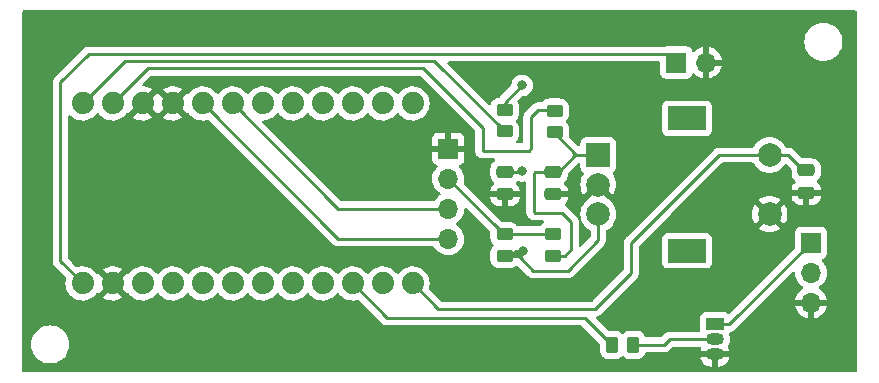
<source format=gbr>
%TF.GenerationSoftware,KiCad,Pcbnew,(6.0.4)*%
%TF.CreationDate,2022-07-20T14:34:23+01:00*%
%TF.ProjectId,_autosave-CameraIntervalometer,5f617574-6f73-4617-9665-2d43616d6572,rev?*%
%TF.SameCoordinates,Original*%
%TF.FileFunction,Copper,L1,Top*%
%TF.FilePolarity,Positive*%
%FSLAX46Y46*%
G04 Gerber Fmt 4.6, Leading zero omitted, Abs format (unit mm)*
G04 Created by KiCad (PCBNEW (6.0.4)) date 2022-07-20 14:34:23*
%MOMM*%
%LPD*%
G01*
G04 APERTURE LIST*
G04 Aperture macros list*
%AMRoundRect*
0 Rectangle with rounded corners*
0 $1 Rounding radius*
0 $2 $3 $4 $5 $6 $7 $8 $9 X,Y pos of 4 corners*
0 Add a 4 corners polygon primitive as box body*
4,1,4,$2,$3,$4,$5,$6,$7,$8,$9,$2,$3,0*
0 Add four circle primitives for the rounded corners*
1,1,$1+$1,$2,$3*
1,1,$1+$1,$4,$5*
1,1,$1+$1,$6,$7*
1,1,$1+$1,$8,$9*
0 Add four rect primitives between the rounded corners*
20,1,$1+$1,$2,$3,$4,$5,0*
20,1,$1+$1,$4,$5,$6,$7,0*
20,1,$1+$1,$6,$7,$8,$9,0*
20,1,$1+$1,$8,$9,$2,$3,0*%
G04 Aperture macros list end*
%TA.AperFunction,SMDPad,CuDef*%
%ADD10RoundRect,0.250000X0.450000X-0.262500X0.450000X0.262500X-0.450000X0.262500X-0.450000X-0.262500X0*%
%TD*%
%TA.AperFunction,ComponentPad*%
%ADD11R,2.000000X2.000000*%
%TD*%
%TA.AperFunction,ComponentPad*%
%ADD12C,2.000000*%
%TD*%
%TA.AperFunction,ComponentPad*%
%ADD13R,3.200000X2.000000*%
%TD*%
%TA.AperFunction,SMDPad,CuDef*%
%ADD14RoundRect,0.250000X-0.450000X0.262500X-0.450000X-0.262500X0.450000X-0.262500X0.450000X0.262500X0*%
%TD*%
%TA.AperFunction,SMDPad,CuDef*%
%ADD15RoundRect,0.250000X-0.475000X0.250000X-0.475000X-0.250000X0.475000X-0.250000X0.475000X0.250000X0*%
%TD*%
%TA.AperFunction,ComponentPad*%
%ADD16R,1.500000X1.050000*%
%TD*%
%TA.AperFunction,ComponentPad*%
%ADD17O,1.500000X1.050000*%
%TD*%
%TA.AperFunction,ComponentPad*%
%ADD18R,1.700000X1.700000*%
%TD*%
%TA.AperFunction,ComponentPad*%
%ADD19O,1.700000X1.700000*%
%TD*%
%TA.AperFunction,SMDPad,CuDef*%
%ADD20RoundRect,0.250000X0.262500X0.450000X-0.262500X0.450000X-0.262500X-0.450000X0.262500X-0.450000X0*%
%TD*%
%TA.AperFunction,ComponentPad*%
%ADD21C,1.879600*%
%TD*%
%TA.AperFunction,ViaPad*%
%ADD22C,0.800000*%
%TD*%
%TA.AperFunction,Conductor*%
%ADD23C,0.250000*%
%TD*%
G04 APERTURE END LIST*
D10*
%TO.P,R4,1*%
%TO.N,Net-(B1-Pad1)*%
X152570000Y-76950000D03*
%TO.P,R4,2*%
%TO.N,Net-(C2-Pad1)*%
X152570000Y-75125000D03*
%TD*%
D11*
%TO.P,SW1,A,A*%
%TO.N,Net-(C1-Pad1)*%
X160500000Y-78950000D03*
D12*
%TO.P,SW1,B,B*%
%TO.N,Net-(C2-Pad1)*%
X160500000Y-83950000D03*
%TO.P,SW1,C,C*%
%TO.N,GND*%
X160500000Y-81450000D03*
D13*
%TO.P,SW1,MP*%
%TO.N,N/C*%
X168000000Y-75850000D03*
X168000000Y-87050000D03*
D12*
%TO.P,SW1,S1,S1*%
%TO.N,GND*%
X175000000Y-83950000D03*
%TO.P,SW1,S2,S2*%
%TO.N,Net-(C3-Pad1)*%
X175000000Y-78950000D03*
%TD*%
D14*
%TO.P,R2,1*%
%TO.N,Net-(B1-Pad2)*%
X156800000Y-75187500D03*
%TO.P,R2,2*%
%TO.N,Net-(C1-Pad1)*%
X156800000Y-77012500D03*
%TD*%
D15*
%TO.P,C1,1*%
%TO.N,Net-(C1-Pad1)*%
X156680000Y-80362500D03*
%TO.P,C1,2*%
%TO.N,GND*%
X156680000Y-82262500D03*
%TD*%
D16*
%TO.P,Q1,1,C*%
%TO.N,Net-(J1-Pad1)*%
X170370000Y-93300000D03*
D17*
%TO.P,Q1,2,B*%
%TO.N,Net-(Q1-Pad2)*%
X170370000Y-94570000D03*
%TO.P,Q1,3,E*%
%TO.N,GND*%
X170370000Y-95840000D03*
%TD*%
D10*
%TO.P,R1,1*%
%TO.N,Net-(C1-Pad1)*%
X156650000Y-87500000D03*
%TO.P,R1,2*%
%TO.N,+5VD*%
X156650000Y-85675000D03*
%TD*%
D15*
%TO.P,C2,1*%
%TO.N,Net-(C2-Pad1)*%
X152600000Y-80362500D03*
%TO.P,C2,2*%
%TO.N,GND*%
X152600000Y-82262500D03*
%TD*%
D18*
%TO.P,J1,1,Pin_1*%
%TO.N,Net-(J1-Pad1)*%
X178505000Y-86375000D03*
D19*
%TO.P,J1,2,Pin_2*%
%TO.N,unconnected-(J1-Pad2)*%
X178505000Y-88915000D03*
%TO.P,J1,3,GND*%
%TO.N,GND*%
X178505000Y-91455000D03*
%TD*%
D18*
%TO.P,BT1,1,BAT+*%
%TO.N,Net-(B1-Pad24)*%
X167100000Y-71120000D03*
D19*
%TO.P,BT1,2,BAT-*%
%TO.N,GND*%
X169640000Y-71120000D03*
%TD*%
D15*
%TO.P,C3,1*%
%TO.N,Net-(C3-Pad1)*%
X178100000Y-80250000D03*
%TO.P,C3,2*%
%TO.N,GND*%
X178100000Y-82150000D03*
%TD*%
D18*
%TO.P,U1,1,GND*%
%TO.N,GND*%
X147795000Y-78425000D03*
D19*
%TO.P,U1,2,VCC*%
%TO.N,+5VD*%
X147795000Y-80965000D03*
%TO.P,U1,3,SCL*%
%TO.N,/SCL*%
X147795000Y-83505000D03*
%TO.P,U1,4,SDA*%
%TO.N,/SDA*%
X147795000Y-86045000D03*
%TD*%
D10*
%TO.P,R3,1*%
%TO.N,Net-(C2-Pad1)*%
X152570000Y-87500000D03*
%TO.P,R3,2*%
%TO.N,+5VD*%
X152570000Y-85675000D03*
%TD*%
D20*
%TO.P,R5,1*%
%TO.N,Net-(Q1-Pad2)*%
X163472500Y-95030000D03*
%TO.P,R5,2*%
%TO.N,Net-(B1-Pad15)*%
X161647500Y-95030000D03*
%TD*%
D21*
%TO.P,B1,1,TXO*%
%TO.N,Net-(B1-Pad1)*%
X116835000Y-74580000D03*
%TO.P,B1,2,RXI*%
%TO.N,Net-(B1-Pad2)*%
X119375000Y-74580000D03*
%TO.P,B1,3,GND*%
%TO.N,GND*%
X121915000Y-74580000D03*
%TO.P,B1,4,GND*%
X124455000Y-74580000D03*
%TO.P,B1,5,2*%
%TO.N,/SDA*%
X126995000Y-74580000D03*
%TO.P,B1,6,\u002A3*%
%TO.N,/SCL*%
X129535000Y-74580000D03*
%TO.P,B1,7,4*%
%TO.N,unconnected-(B1-Pad7)*%
X132075000Y-74580000D03*
%TO.P,B1,8,\u002A5*%
%TO.N,unconnected-(B1-Pad8)*%
X134615000Y-74580000D03*
%TO.P,B1,9,\u002A6*%
%TO.N,unconnected-(B1-Pad9)*%
X137155000Y-74580000D03*
%TO.P,B1,10,7*%
%TO.N,unconnected-(B1-Pad10)*%
X139695000Y-74580000D03*
%TO.P,B1,11,8*%
%TO.N,unconnected-(B1-Pad11)*%
X142235000Y-74580000D03*
%TO.P,B1,12,\u002A9*%
%TO.N,unconnected-(B1-Pad12)*%
X144775000Y-74580000D03*
%TO.P,B1,13,\u002A10*%
%TO.N,Net-(C3-Pad1)*%
X144775000Y-89820000D03*
%TO.P,B1,14,11(MOSI)*%
%TO.N,unconnected-(B1-Pad14)*%
X142235000Y-89820000D03*
%TO.P,B1,15,12(MISO)*%
%TO.N,Net-(B1-Pad15)*%
X139695000Y-89820000D03*
%TO.P,B1,16,13(SCK)*%
%TO.N,unconnected-(B1-Pad16)*%
X137155000Y-89820000D03*
%TO.P,B1,17,A0*%
%TO.N,unconnected-(B1-Pad17)*%
X134615000Y-89820000D03*
%TO.P,B1,18,A1*%
%TO.N,unconnected-(B1-Pad18)*%
X132075000Y-89820000D03*
%TO.P,B1,19,A2*%
%TO.N,unconnected-(B1-Pad19)*%
X129535000Y-89820000D03*
%TO.P,B1,20,A3*%
%TO.N,unconnected-(B1-Pad20)*%
X126995000Y-89820000D03*
%TO.P,B1,21,VCC*%
%TO.N,+5VD*%
X124455000Y-89820000D03*
%TO.P,B1,22,RESET*%
%TO.N,unconnected-(B1-Pad22)*%
X121915000Y-89820000D03*
%TO.P,B1,23,GND*%
%TO.N,GND*%
X119375000Y-89820000D03*
%TO.P,B1,24,RAW*%
%TO.N,Net-(B1-Pad24)*%
X116835000Y-89820000D03*
%TD*%
D22*
%TO.N,Net-(C2-Pad1)*%
X154050000Y-73050000D03*
X154050000Y-80300000D03*
X154100000Y-87050000D03*
%TD*%
D23*
%TO.N,Net-(J1-Pad1)*%
X178505000Y-86375000D02*
X171580000Y-93300000D01*
X171580000Y-93300000D02*
X170370000Y-93300000D01*
%TO.N,Net-(Q1-Pad2)*%
X166080000Y-95030000D02*
X163472500Y-95030000D01*
X166540000Y-94570000D02*
X166080000Y-95030000D01*
X170370000Y-94570000D02*
X166540000Y-94570000D01*
%TO.N,Net-(B1-Pad15)*%
X159367500Y-92750000D02*
X161647500Y-95030000D01*
X142625000Y-92750000D02*
X159367500Y-92750000D01*
X139695000Y-89820000D02*
X142625000Y-92750000D01*
%TO.N,Net-(B1-Pad1)*%
X120465000Y-70950000D02*
X146570000Y-70950000D01*
X146570000Y-70950000D02*
X152570000Y-76950000D01*
X116835000Y-74580000D02*
X120465000Y-70950000D01*
%TO.N,Net-(B1-Pad2)*%
X154800000Y-75750000D02*
X155425000Y-75125000D01*
X150700000Y-78600000D02*
X154600000Y-78600000D01*
X154600000Y-78600000D02*
X154800000Y-78400000D01*
X154800000Y-78400000D02*
X154800000Y-75750000D01*
X145650000Y-71600000D02*
X150700000Y-76650000D01*
X119375000Y-74580000D02*
X122355000Y-71600000D01*
X156737500Y-75125000D02*
X156800000Y-75187500D01*
X150700000Y-76650000D02*
X150700000Y-78600000D01*
X122355000Y-71600000D02*
X145650000Y-71600000D01*
X155425000Y-75125000D02*
X156737500Y-75125000D01*
%TO.N,GND*%
X122240000Y-74255000D02*
X121915000Y-74580000D01*
%TO.N,/SDA*%
X126995000Y-74580000D02*
X138460000Y-86045000D01*
X138460000Y-86045000D02*
X147795000Y-86045000D01*
%TO.N,/SCL*%
X129535000Y-74580000D02*
X138460000Y-83505000D01*
X138460000Y-83505000D02*
X147795000Y-83505000D01*
%TO.N,+5VD*%
X147795000Y-80965000D02*
X152055000Y-85225000D01*
X153162500Y-85600000D02*
X155932500Y-85600000D01*
%TO.N,Net-(B1-Pad24)*%
X114950000Y-87935000D02*
X114950000Y-72800000D01*
X116835000Y-89820000D02*
X114950000Y-87935000D01*
X166800000Y-70400000D02*
X167100000Y-70700000D01*
X117350000Y-70400000D02*
X166800000Y-70400000D01*
X114950000Y-72800000D02*
X117350000Y-70400000D01*
%TO.N,Net-(C1-Pad1)*%
X156650000Y-76950000D02*
X158525000Y-78825000D01*
X156650000Y-87500000D02*
X157650000Y-87500000D01*
X157450000Y-83850000D02*
X155100000Y-83850000D01*
X155137500Y-80362500D02*
X156680000Y-80362500D01*
X158525000Y-78825000D02*
X158650000Y-78950000D01*
X157137500Y-80362500D02*
X158550000Y-78950000D01*
X158200000Y-86950000D02*
X158200000Y-84600000D01*
X158550000Y-78950000D02*
X160500000Y-78950000D01*
X155050000Y-80450000D02*
X155137500Y-80362500D01*
X157650000Y-87500000D02*
X158200000Y-86950000D01*
X155100000Y-83850000D02*
X155050000Y-83800000D01*
X156680000Y-80362500D02*
X157137500Y-80362500D01*
X158200000Y-84600000D02*
X157450000Y-83850000D01*
X158650000Y-78950000D02*
X160500000Y-78950000D01*
X155050000Y-83800000D02*
X155050000Y-80450000D01*
%TO.N,Net-(C2-Pad1)*%
X153950000Y-87200000D02*
X153950000Y-87700000D01*
X153987500Y-80362500D02*
X154050000Y-80300000D01*
X153750000Y-87500000D02*
X153950000Y-87700000D01*
X153850000Y-87300000D02*
X154100000Y-87050000D01*
X153600000Y-87500000D02*
X153700000Y-87400000D01*
X160500000Y-83950000D02*
X160500000Y-86150000D01*
X154100000Y-87050000D02*
X153950000Y-87200000D01*
X152570000Y-87500000D02*
X153600000Y-87500000D01*
X157900000Y-88750000D02*
X155000000Y-88750000D01*
X153050000Y-87500000D02*
X153500000Y-87050000D01*
X153350000Y-87300000D02*
X153850000Y-87300000D01*
X154100000Y-87050000D02*
X153500000Y-87050000D01*
X152600000Y-80362500D02*
X153987500Y-80362500D01*
X160500000Y-86150000D02*
X157900000Y-88750000D01*
X152570000Y-87500000D02*
X153050000Y-87500000D01*
X155000000Y-88750000D02*
X153950000Y-87700000D01*
X152570000Y-74530000D02*
X154050000Y-73050000D01*
X152570000Y-87500000D02*
X153750000Y-87500000D01*
X152570000Y-75125000D02*
X152570000Y-74530000D01*
%TO.N,Net-(C3-Pad1)*%
X163300000Y-88950000D02*
X160250000Y-92000000D01*
X160250000Y-92000000D02*
X146955000Y-92000000D01*
X146955000Y-92000000D02*
X144775000Y-89820000D01*
X170750000Y-78950000D02*
X163300000Y-86400000D01*
X175000000Y-78950000D02*
X170750000Y-78950000D01*
X178000000Y-80400000D02*
X176550000Y-78950000D01*
X163300000Y-86400000D02*
X163300000Y-88950000D01*
X176550000Y-78950000D02*
X175000000Y-78950000D01*
%TD*%
%TA.AperFunction,Conductor*%
%TO.N,GND*%
G36*
X182328621Y-66723502D02*
G01*
X182375114Y-66777158D01*
X182386500Y-66829500D01*
X182386500Y-97230500D01*
X182366498Y-97298621D01*
X182312842Y-97345114D01*
X182260500Y-97356500D01*
X111869500Y-97356500D01*
X111801379Y-97336498D01*
X111754886Y-97282842D01*
X111743500Y-97230500D01*
X111743500Y-94990000D01*
X112476526Y-94990000D01*
X112496391Y-95242403D01*
X112497545Y-95247210D01*
X112497546Y-95247216D01*
X112511873Y-95306890D01*
X112555495Y-95488591D01*
X112557388Y-95493162D01*
X112557389Y-95493164D01*
X112628857Y-95665702D01*
X112652384Y-95722502D01*
X112784672Y-95938376D01*
X112949102Y-96130898D01*
X113141624Y-96295328D01*
X113357498Y-96427616D01*
X113362068Y-96429509D01*
X113362072Y-96429511D01*
X113586836Y-96522611D01*
X113591409Y-96524505D01*
X113676032Y-96544821D01*
X113832784Y-96582454D01*
X113832790Y-96582455D01*
X113837597Y-96583609D01*
X113937416Y-96591465D01*
X114024345Y-96598307D01*
X114024352Y-96598307D01*
X114026801Y-96598500D01*
X114153199Y-96598500D01*
X114155648Y-96598307D01*
X114155655Y-96598307D01*
X114242584Y-96591465D01*
X114342403Y-96583609D01*
X114347210Y-96582455D01*
X114347216Y-96582454D01*
X114503968Y-96544821D01*
X114588591Y-96524505D01*
X114593164Y-96522611D01*
X114817928Y-96429511D01*
X114817932Y-96429509D01*
X114822502Y-96427616D01*
X115038376Y-96295328D01*
X115230898Y-96130898D01*
X115395328Y-95938376D01*
X115527616Y-95722502D01*
X115551144Y-95665702D01*
X115622611Y-95493164D01*
X115622612Y-95493162D01*
X115624505Y-95488591D01*
X115668127Y-95306890D01*
X115682454Y-95247216D01*
X115682455Y-95247210D01*
X115683609Y-95242403D01*
X115703474Y-94990000D01*
X115683609Y-94737597D01*
X115624505Y-94491409D01*
X115622611Y-94486836D01*
X115529511Y-94262072D01*
X115529509Y-94262068D01*
X115527616Y-94257498D01*
X115395328Y-94041624D01*
X115230898Y-93849102D01*
X115038376Y-93684672D01*
X114822502Y-93552384D01*
X114817932Y-93550491D01*
X114817928Y-93550489D01*
X114593164Y-93457389D01*
X114593162Y-93457388D01*
X114588591Y-93455495D01*
X114503968Y-93435179D01*
X114347216Y-93397546D01*
X114347210Y-93397545D01*
X114342403Y-93396391D01*
X114238583Y-93388220D01*
X114155655Y-93381693D01*
X114155648Y-93381693D01*
X114153199Y-93381500D01*
X114026801Y-93381500D01*
X114024352Y-93381693D01*
X114024345Y-93381693D01*
X113941417Y-93388220D01*
X113837597Y-93396391D01*
X113832790Y-93397545D01*
X113832784Y-93397546D01*
X113676032Y-93435179D01*
X113591409Y-93455495D01*
X113586838Y-93457388D01*
X113586836Y-93457389D01*
X113362072Y-93550489D01*
X113362068Y-93550491D01*
X113357498Y-93552384D01*
X113141624Y-93684672D01*
X112949102Y-93849102D01*
X112784672Y-94041624D01*
X112652384Y-94257498D01*
X112650491Y-94262068D01*
X112650489Y-94262072D01*
X112557389Y-94486836D01*
X112555495Y-94491409D01*
X112496391Y-94737597D01*
X112476526Y-94990000D01*
X111743500Y-94990000D01*
X111743500Y-72779943D01*
X114311780Y-72779943D01*
X114312526Y-72787835D01*
X114315941Y-72823961D01*
X114316500Y-72835819D01*
X114316500Y-87856233D01*
X114315973Y-87867416D01*
X114314298Y-87874909D01*
X114314547Y-87882835D01*
X114314547Y-87882836D01*
X114316438Y-87942986D01*
X114316500Y-87946945D01*
X114316500Y-87974856D01*
X114316997Y-87978790D01*
X114316997Y-87978791D01*
X114317005Y-87978856D01*
X114317938Y-87990693D01*
X114319327Y-88034889D01*
X114324978Y-88054339D01*
X114328987Y-88073700D01*
X114329720Y-88079498D01*
X114331526Y-88093797D01*
X114334445Y-88101168D01*
X114334445Y-88101170D01*
X114347804Y-88134912D01*
X114351649Y-88146142D01*
X114361771Y-88180983D01*
X114363982Y-88188593D01*
X114368015Y-88195412D01*
X114368017Y-88195417D01*
X114374293Y-88206028D01*
X114382988Y-88223776D01*
X114390448Y-88242617D01*
X114395110Y-88249033D01*
X114395110Y-88249034D01*
X114416436Y-88278387D01*
X114422952Y-88288307D01*
X114432169Y-88303891D01*
X114445458Y-88326362D01*
X114459779Y-88340683D01*
X114472619Y-88355716D01*
X114484528Y-88372107D01*
X114490634Y-88377158D01*
X114518605Y-88400298D01*
X114527384Y-88408288D01*
X115411817Y-89292721D01*
X115445843Y-89355033D01*
X115444139Y-89415488D01*
X115407477Y-89547685D01*
X115406928Y-89552819D01*
X115406928Y-89552821D01*
X115401449Y-89604089D01*
X115382170Y-89784494D01*
X115382467Y-89789646D01*
X115382467Y-89789650D01*
X115388382Y-89892240D01*
X115395879Y-90022255D01*
X115397016Y-90027301D01*
X115397017Y-90027307D01*
X115423392Y-90144338D01*
X115448237Y-90254585D01*
X115450179Y-90259367D01*
X115450180Y-90259371D01*
X115535893Y-90470457D01*
X115537837Y-90475244D01*
X115540536Y-90479648D01*
X115657676Y-90670802D01*
X115662274Y-90678306D01*
X115818204Y-90858317D01*
X116001442Y-91010444D01*
X116005894Y-91013046D01*
X116005899Y-91013049D01*
X116104333Y-91070569D01*
X116207065Y-91130601D01*
X116429552Y-91215560D01*
X116434618Y-91216591D01*
X116434619Y-91216591D01*
X116488956Y-91227646D01*
X116662928Y-91263041D01*
X116797121Y-91267962D01*
X116895760Y-91271579D01*
X116895764Y-91271579D01*
X116900924Y-91271768D01*
X116906044Y-91271112D01*
X116906046Y-91271112D01*
X117132023Y-91242164D01*
X117132024Y-91242164D01*
X117137151Y-91241507D01*
X117221803Y-91216110D01*
X117360316Y-91174554D01*
X117360317Y-91174553D01*
X117365262Y-91173070D01*
X117579133Y-91068295D01*
X117583336Y-91065297D01*
X117583341Y-91065294D01*
X117660155Y-91010503D01*
X118549326Y-91010503D01*
X118554607Y-91017558D01*
X118742821Y-91127541D01*
X118752108Y-91131991D01*
X118964861Y-91213233D01*
X118974763Y-91216110D01*
X119197911Y-91261510D01*
X119208163Y-91262733D01*
X119435738Y-91271077D01*
X119446024Y-91270610D01*
X119671915Y-91241673D01*
X119682001Y-91239530D01*
X119900128Y-91174088D01*
X119909723Y-91170328D01*
X120114237Y-91070137D01*
X120123083Y-91064863D01*
X120188631Y-91018108D01*
X120197032Y-91007408D01*
X120190045Y-90994256D01*
X119387811Y-90192021D01*
X119373868Y-90184408D01*
X119372034Y-90184539D01*
X119365420Y-90188790D01*
X118556083Y-90998128D01*
X118549326Y-91010503D01*
X117660155Y-91010503D01*
X117768816Y-90932996D01*
X117768818Y-90932994D01*
X117773020Y-90929997D01*
X117941716Y-90761889D01*
X117944732Y-90757692D01*
X117944739Y-90757684D01*
X118007170Y-90670802D01*
X118063164Y-90627154D01*
X118133868Y-90620708D01*
X118180626Y-90644169D01*
X118184976Y-90644890D01*
X118195387Y-90640402D01*
X119002979Y-89832811D01*
X119009356Y-89821132D01*
X119739408Y-89821132D01*
X119739539Y-89822966D01*
X119743790Y-89829580D01*
X120549826Y-90635615D01*
X120563096Y-90642861D01*
X120625005Y-90619078D01*
X120694523Y-90633490D01*
X120736899Y-90670245D01*
X120739574Y-90673899D01*
X120742274Y-90678306D01*
X120898204Y-90858317D01*
X121081442Y-91010444D01*
X121085894Y-91013046D01*
X121085899Y-91013049D01*
X121184333Y-91070569D01*
X121287065Y-91130601D01*
X121509552Y-91215560D01*
X121514618Y-91216591D01*
X121514619Y-91216591D01*
X121568956Y-91227646D01*
X121742928Y-91263041D01*
X121877121Y-91267962D01*
X121975760Y-91271579D01*
X121975764Y-91271579D01*
X121980924Y-91271768D01*
X121986044Y-91271112D01*
X121986046Y-91271112D01*
X122212023Y-91242164D01*
X122212024Y-91242164D01*
X122217151Y-91241507D01*
X122301803Y-91216110D01*
X122440316Y-91174554D01*
X122440317Y-91174553D01*
X122445262Y-91173070D01*
X122659133Y-91068295D01*
X122663336Y-91065297D01*
X122663341Y-91065294D01*
X122848816Y-90932996D01*
X122848818Y-90932994D01*
X122853020Y-90929997D01*
X123021716Y-90761889D01*
X123079979Y-90680807D01*
X123135972Y-90637160D01*
X123206676Y-90630714D01*
X123269640Y-90663516D01*
X123281582Y-90677176D01*
X123282274Y-90678306D01*
X123438204Y-90858317D01*
X123621442Y-91010444D01*
X123625894Y-91013046D01*
X123625899Y-91013049D01*
X123724333Y-91070569D01*
X123827065Y-91130601D01*
X124049552Y-91215560D01*
X124054618Y-91216591D01*
X124054619Y-91216591D01*
X124108956Y-91227646D01*
X124282928Y-91263041D01*
X124417121Y-91267962D01*
X124515760Y-91271579D01*
X124515764Y-91271579D01*
X124520924Y-91271768D01*
X124526044Y-91271112D01*
X124526046Y-91271112D01*
X124752023Y-91242164D01*
X124752024Y-91242164D01*
X124757151Y-91241507D01*
X124841803Y-91216110D01*
X124980316Y-91174554D01*
X124980317Y-91174553D01*
X124985262Y-91173070D01*
X125199133Y-91068295D01*
X125203336Y-91065297D01*
X125203341Y-91065294D01*
X125388816Y-90932996D01*
X125388818Y-90932994D01*
X125393020Y-90929997D01*
X125561716Y-90761889D01*
X125619979Y-90680807D01*
X125675972Y-90637160D01*
X125746676Y-90630714D01*
X125809640Y-90663516D01*
X125821582Y-90677176D01*
X125822274Y-90678306D01*
X125978204Y-90858317D01*
X126161442Y-91010444D01*
X126165894Y-91013046D01*
X126165899Y-91013049D01*
X126264333Y-91070569D01*
X126367065Y-91130601D01*
X126589552Y-91215560D01*
X126594618Y-91216591D01*
X126594619Y-91216591D01*
X126648956Y-91227646D01*
X126822928Y-91263041D01*
X126957121Y-91267962D01*
X127055760Y-91271579D01*
X127055764Y-91271579D01*
X127060924Y-91271768D01*
X127066044Y-91271112D01*
X127066046Y-91271112D01*
X127292023Y-91242164D01*
X127292024Y-91242164D01*
X127297151Y-91241507D01*
X127381803Y-91216110D01*
X127520316Y-91174554D01*
X127520317Y-91174553D01*
X127525262Y-91173070D01*
X127739133Y-91068295D01*
X127743336Y-91065297D01*
X127743341Y-91065294D01*
X127928816Y-90932996D01*
X127928818Y-90932994D01*
X127933020Y-90929997D01*
X128101716Y-90761889D01*
X128159979Y-90680807D01*
X128215972Y-90637160D01*
X128286676Y-90630714D01*
X128349640Y-90663516D01*
X128361582Y-90677176D01*
X128362274Y-90678306D01*
X128518204Y-90858317D01*
X128701442Y-91010444D01*
X128705894Y-91013046D01*
X128705899Y-91013049D01*
X128804333Y-91070569D01*
X128907065Y-91130601D01*
X129129552Y-91215560D01*
X129134618Y-91216591D01*
X129134619Y-91216591D01*
X129188956Y-91227646D01*
X129362928Y-91263041D01*
X129497121Y-91267962D01*
X129595760Y-91271579D01*
X129595764Y-91271579D01*
X129600924Y-91271768D01*
X129606044Y-91271112D01*
X129606046Y-91271112D01*
X129832023Y-91242164D01*
X129832024Y-91242164D01*
X129837151Y-91241507D01*
X129921803Y-91216110D01*
X130060316Y-91174554D01*
X130060317Y-91174553D01*
X130065262Y-91173070D01*
X130279133Y-91068295D01*
X130283336Y-91065297D01*
X130283341Y-91065294D01*
X130468816Y-90932996D01*
X130468818Y-90932994D01*
X130473020Y-90929997D01*
X130641716Y-90761889D01*
X130699979Y-90680807D01*
X130755972Y-90637160D01*
X130826676Y-90630714D01*
X130889640Y-90663516D01*
X130901582Y-90677176D01*
X130902274Y-90678306D01*
X131058204Y-90858317D01*
X131241442Y-91010444D01*
X131245894Y-91013046D01*
X131245899Y-91013049D01*
X131344333Y-91070569D01*
X131447065Y-91130601D01*
X131669552Y-91215560D01*
X131674618Y-91216591D01*
X131674619Y-91216591D01*
X131728956Y-91227646D01*
X131902928Y-91263041D01*
X132037121Y-91267962D01*
X132135760Y-91271579D01*
X132135764Y-91271579D01*
X132140924Y-91271768D01*
X132146044Y-91271112D01*
X132146046Y-91271112D01*
X132372023Y-91242164D01*
X132372024Y-91242164D01*
X132377151Y-91241507D01*
X132461803Y-91216110D01*
X132600316Y-91174554D01*
X132600317Y-91174553D01*
X132605262Y-91173070D01*
X132819133Y-91068295D01*
X132823336Y-91065297D01*
X132823341Y-91065294D01*
X133008816Y-90932996D01*
X133008818Y-90932994D01*
X133013020Y-90929997D01*
X133181716Y-90761889D01*
X133239979Y-90680807D01*
X133295972Y-90637160D01*
X133366676Y-90630714D01*
X133429640Y-90663516D01*
X133441582Y-90677176D01*
X133442274Y-90678306D01*
X133598204Y-90858317D01*
X133781442Y-91010444D01*
X133785894Y-91013046D01*
X133785899Y-91013049D01*
X133884333Y-91070569D01*
X133987065Y-91130601D01*
X134209552Y-91215560D01*
X134214618Y-91216591D01*
X134214619Y-91216591D01*
X134268956Y-91227646D01*
X134442928Y-91263041D01*
X134577121Y-91267962D01*
X134675760Y-91271579D01*
X134675764Y-91271579D01*
X134680924Y-91271768D01*
X134686044Y-91271112D01*
X134686046Y-91271112D01*
X134912023Y-91242164D01*
X134912024Y-91242164D01*
X134917151Y-91241507D01*
X135001803Y-91216110D01*
X135140316Y-91174554D01*
X135140317Y-91174553D01*
X135145262Y-91173070D01*
X135359133Y-91068295D01*
X135363336Y-91065297D01*
X135363341Y-91065294D01*
X135548816Y-90932996D01*
X135548818Y-90932994D01*
X135553020Y-90929997D01*
X135721716Y-90761889D01*
X135779979Y-90680807D01*
X135835972Y-90637160D01*
X135906676Y-90630714D01*
X135969640Y-90663516D01*
X135981582Y-90677176D01*
X135982274Y-90678306D01*
X136138204Y-90858317D01*
X136321442Y-91010444D01*
X136325894Y-91013046D01*
X136325899Y-91013049D01*
X136424333Y-91070569D01*
X136527065Y-91130601D01*
X136749552Y-91215560D01*
X136754618Y-91216591D01*
X136754619Y-91216591D01*
X136808956Y-91227646D01*
X136982928Y-91263041D01*
X137117121Y-91267962D01*
X137215760Y-91271579D01*
X137215764Y-91271579D01*
X137220924Y-91271768D01*
X137226044Y-91271112D01*
X137226046Y-91271112D01*
X137452023Y-91242164D01*
X137452024Y-91242164D01*
X137457151Y-91241507D01*
X137541803Y-91216110D01*
X137680316Y-91174554D01*
X137680317Y-91174553D01*
X137685262Y-91173070D01*
X137899133Y-91068295D01*
X137903336Y-91065297D01*
X137903341Y-91065294D01*
X138088816Y-90932996D01*
X138088818Y-90932994D01*
X138093020Y-90929997D01*
X138261716Y-90761889D01*
X138319979Y-90680807D01*
X138375972Y-90637160D01*
X138446676Y-90630714D01*
X138509640Y-90663516D01*
X138521582Y-90677176D01*
X138522274Y-90678306D01*
X138678204Y-90858317D01*
X138861442Y-91010444D01*
X138865894Y-91013046D01*
X138865899Y-91013049D01*
X138964333Y-91070569D01*
X139067065Y-91130601D01*
X139289552Y-91215560D01*
X139294618Y-91216591D01*
X139294619Y-91216591D01*
X139348956Y-91227646D01*
X139522928Y-91263041D01*
X139657121Y-91267962D01*
X139755760Y-91271579D01*
X139755764Y-91271579D01*
X139760924Y-91271768D01*
X139766044Y-91271112D01*
X139766046Y-91271112D01*
X139992023Y-91242164D01*
X139992024Y-91242164D01*
X139997151Y-91241507D01*
X140002102Y-91240022D01*
X140002105Y-91240021D01*
X140096951Y-91211566D01*
X140167946Y-91211150D01*
X140222253Y-91243157D01*
X142121348Y-93142253D01*
X142128888Y-93150539D01*
X142133000Y-93157018D01*
X142138777Y-93162443D01*
X142182651Y-93203643D01*
X142185493Y-93206398D01*
X142205230Y-93226135D01*
X142208427Y-93228615D01*
X142217447Y-93236318D01*
X142249679Y-93266586D01*
X142256625Y-93270405D01*
X142256628Y-93270407D01*
X142267434Y-93276348D01*
X142283953Y-93287199D01*
X142299959Y-93299614D01*
X142307228Y-93302759D01*
X142307232Y-93302762D01*
X142340537Y-93317174D01*
X142351187Y-93322391D01*
X142389940Y-93343695D01*
X142397615Y-93345666D01*
X142397616Y-93345666D01*
X142409562Y-93348733D01*
X142428267Y-93355137D01*
X142446855Y-93363181D01*
X142454678Y-93364420D01*
X142454688Y-93364423D01*
X142490524Y-93370099D01*
X142502144Y-93372505D01*
X142537180Y-93381500D01*
X142544970Y-93383500D01*
X142565224Y-93383500D01*
X142584934Y-93385051D01*
X142604943Y-93388220D01*
X142612835Y-93387474D01*
X142648961Y-93384059D01*
X142660819Y-93383500D01*
X159052906Y-93383500D01*
X159121027Y-93403502D01*
X159142001Y-93420405D01*
X160589595Y-94868000D01*
X160623621Y-94930312D01*
X160626500Y-94957095D01*
X160626500Y-95530400D01*
X160626837Y-95533646D01*
X160626837Y-95533650D01*
X160635613Y-95618229D01*
X160637474Y-95636166D01*
X160639655Y-95642702D01*
X160639655Y-95642704D01*
X160646593Y-95663500D01*
X160693450Y-95803946D01*
X160786522Y-95954348D01*
X160911697Y-96079305D01*
X160917927Y-96083145D01*
X160917928Y-96083146D01*
X161055090Y-96167694D01*
X161062262Y-96172115D01*
X161142005Y-96198564D01*
X161223611Y-96225632D01*
X161223613Y-96225632D01*
X161230139Y-96227797D01*
X161236975Y-96228497D01*
X161236978Y-96228498D01*
X161280031Y-96232909D01*
X161334600Y-96238500D01*
X161960400Y-96238500D01*
X161963646Y-96238163D01*
X161963650Y-96238163D01*
X162059308Y-96228238D01*
X162059312Y-96228237D01*
X162066166Y-96227526D01*
X162072702Y-96225345D01*
X162072704Y-96225345D01*
X162204806Y-96181272D01*
X162233946Y-96171550D01*
X162384348Y-96078478D01*
X162470784Y-95991891D01*
X162533066Y-95957812D01*
X162603886Y-95962815D01*
X162648976Y-95991736D01*
X162736697Y-96079305D01*
X162742927Y-96083145D01*
X162742928Y-96083146D01*
X162880090Y-96167694D01*
X162887262Y-96172115D01*
X162967005Y-96198564D01*
X163048611Y-96225632D01*
X163048613Y-96225632D01*
X163055139Y-96227797D01*
X163061975Y-96228497D01*
X163061978Y-96228498D01*
X163105031Y-96232909D01*
X163159600Y-96238500D01*
X163785400Y-96238500D01*
X163788646Y-96238163D01*
X163788650Y-96238163D01*
X163884308Y-96228238D01*
X163884312Y-96228237D01*
X163891166Y-96227526D01*
X163897702Y-96225345D01*
X163897704Y-96225345D01*
X164029806Y-96181272D01*
X164058946Y-96171550D01*
X164165248Y-96105768D01*
X169146363Y-96105768D01*
X169180846Y-96222932D01*
X169185439Y-96234300D01*
X169273586Y-96402911D01*
X169280302Y-96413173D01*
X169399515Y-96561443D01*
X169408103Y-96570213D01*
X169553838Y-96692499D01*
X169563969Y-96699437D01*
X169730692Y-96791094D01*
X169741962Y-96795924D01*
X169923315Y-96853452D01*
X169935309Y-96856002D01*
X170083350Y-96872607D01*
X170090374Y-96873000D01*
X170097885Y-96873000D01*
X170113124Y-96868525D01*
X170114329Y-96867135D01*
X170116000Y-96859452D01*
X170116000Y-96854885D01*
X170624000Y-96854885D01*
X170628475Y-96870124D01*
X170629865Y-96871329D01*
X170637548Y-96873000D01*
X170642890Y-96873000D01*
X170649035Y-96872700D01*
X170790481Y-96858830D01*
X170802519Y-96856447D01*
X170984651Y-96801458D01*
X170995993Y-96796783D01*
X171163977Y-96707465D01*
X171174193Y-96700678D01*
X171321634Y-96580428D01*
X171330338Y-96571784D01*
X171451610Y-96425191D01*
X171458470Y-96415020D01*
X171548962Y-96247658D01*
X171553714Y-96236353D01*
X171592422Y-96111308D01*
X171592628Y-96097205D01*
X171585873Y-96094000D01*
X170642115Y-96094000D01*
X170626876Y-96098475D01*
X170625671Y-96099865D01*
X170624000Y-96107548D01*
X170624000Y-96854885D01*
X170116000Y-96854885D01*
X170116000Y-96112115D01*
X170111525Y-96096876D01*
X170110135Y-96095671D01*
X170102452Y-96094000D01*
X169161014Y-96094000D01*
X169147483Y-96097973D01*
X169146363Y-96105768D01*
X164165248Y-96105768D01*
X164209348Y-96078478D01*
X164334305Y-95953303D01*
X164427115Y-95802738D01*
X164444663Y-95749832D01*
X164485094Y-95691473D01*
X164550658Y-95664236D01*
X164564256Y-95663500D01*
X166001233Y-95663500D01*
X166012416Y-95664027D01*
X166019909Y-95665702D01*
X166027835Y-95665453D01*
X166027836Y-95665453D01*
X166087986Y-95663562D01*
X166091945Y-95663500D01*
X166119856Y-95663500D01*
X166123791Y-95663003D01*
X166123856Y-95662995D01*
X166135693Y-95662062D01*
X166167951Y-95661048D01*
X166171970Y-95660922D01*
X166179889Y-95660673D01*
X166199343Y-95655021D01*
X166218700Y-95651013D01*
X166230930Y-95649468D01*
X166230931Y-95649468D01*
X166238797Y-95648474D01*
X166246168Y-95645555D01*
X166246170Y-95645555D01*
X166279912Y-95632196D01*
X166291142Y-95628351D01*
X166325983Y-95618229D01*
X166325984Y-95618229D01*
X166333593Y-95616018D01*
X166340412Y-95611985D01*
X166340417Y-95611983D01*
X166351028Y-95605707D01*
X166368776Y-95597012D01*
X166387617Y-95589552D01*
X166396918Y-95582795D01*
X166423387Y-95563564D01*
X166433307Y-95557048D01*
X166464535Y-95538580D01*
X166464538Y-95538578D01*
X166471362Y-95534542D01*
X166485683Y-95520221D01*
X166500717Y-95507380D01*
X166510694Y-95500131D01*
X166517107Y-95495472D01*
X166545298Y-95461395D01*
X166553288Y-95452616D01*
X166765499Y-95240405D01*
X166827811Y-95206379D01*
X166854594Y-95203500D01*
X169103404Y-95203500D01*
X169171525Y-95223502D01*
X169218018Y-95277158D01*
X169228122Y-95347432D01*
X169214240Y-95389428D01*
X169191040Y-95432337D01*
X169186286Y-95443647D01*
X169147578Y-95568692D01*
X169147372Y-95582795D01*
X169154127Y-95586000D01*
X169923758Y-95586000D01*
X169937803Y-95586785D01*
X170086817Y-95603500D01*
X170646004Y-95603500D01*
X170796713Y-95588723D01*
X170799002Y-95588032D01*
X170819724Y-95586000D01*
X171578986Y-95586000D01*
X171592517Y-95582027D01*
X171593637Y-95574232D01*
X171559154Y-95457068D01*
X171554561Y-95445700D01*
X171466416Y-95277093D01*
X171464403Y-95274017D01*
X171463846Y-95272178D01*
X171463560Y-95271630D01*
X171463664Y-95271576D01*
X171443839Y-95206064D01*
X171458999Y-95145094D01*
X171552356Y-94972435D01*
X171612290Y-94778820D01*
X171633476Y-94577250D01*
X171615106Y-94375404D01*
X171610454Y-94359595D01*
X171559620Y-94186879D01*
X171559619Y-94186877D01*
X171557881Y-94180971D01*
X171558740Y-94180718D01*
X171552286Y-94115338D01*
X171565452Y-94078594D01*
X171570615Y-94071705D01*
X171573765Y-94063303D01*
X171573767Y-94063299D01*
X171594558Y-94007837D01*
X171637199Y-93951072D01*
X171680510Y-93932812D01*
X171679888Y-93930673D01*
X171679889Y-93930673D01*
X171699343Y-93925021D01*
X171718700Y-93921013D01*
X171730930Y-93919468D01*
X171730931Y-93919468D01*
X171738797Y-93918474D01*
X171746168Y-93915555D01*
X171746170Y-93915555D01*
X171779912Y-93902196D01*
X171791142Y-93898351D01*
X171825983Y-93888229D01*
X171825984Y-93888229D01*
X171833593Y-93886018D01*
X171840412Y-93881985D01*
X171840417Y-93881983D01*
X171851028Y-93875707D01*
X171868776Y-93867012D01*
X171887617Y-93859552D01*
X171902001Y-93849102D01*
X171923387Y-93833564D01*
X171933307Y-93827048D01*
X171964535Y-93808580D01*
X171964538Y-93808578D01*
X171971362Y-93804542D01*
X171985683Y-93790221D01*
X172000717Y-93777380D01*
X172010694Y-93770131D01*
X172017107Y-93765472D01*
X172045298Y-93731395D01*
X172053288Y-93722616D01*
X174052938Y-91722966D01*
X177173257Y-91722966D01*
X177203565Y-91857446D01*
X177206645Y-91867275D01*
X177286770Y-92064603D01*
X177291413Y-92073794D01*
X177402694Y-92255388D01*
X177408777Y-92263699D01*
X177548213Y-92424667D01*
X177555580Y-92431883D01*
X177719434Y-92567916D01*
X177727881Y-92573831D01*
X177911756Y-92681279D01*
X177921042Y-92685729D01*
X178120001Y-92761703D01*
X178129899Y-92764579D01*
X178233250Y-92785606D01*
X178247299Y-92784410D01*
X178251000Y-92774065D01*
X178251000Y-92773517D01*
X178759000Y-92773517D01*
X178763064Y-92787359D01*
X178776478Y-92789393D01*
X178783184Y-92788534D01*
X178793262Y-92786392D01*
X178997255Y-92725191D01*
X179006842Y-92721433D01*
X179198095Y-92627739D01*
X179206945Y-92622464D01*
X179380328Y-92498792D01*
X179388200Y-92492139D01*
X179539052Y-92341812D01*
X179545730Y-92333965D01*
X179670003Y-92161020D01*
X179675313Y-92152183D01*
X179769670Y-91961267D01*
X179773469Y-91951672D01*
X179835377Y-91747910D01*
X179837555Y-91737837D01*
X179838986Y-91726962D01*
X179836775Y-91712778D01*
X179823617Y-91709000D01*
X178777115Y-91709000D01*
X178761876Y-91713475D01*
X178760671Y-91714865D01*
X178759000Y-91722548D01*
X178759000Y-92773517D01*
X178251000Y-92773517D01*
X178251000Y-91727115D01*
X178246525Y-91711876D01*
X178245135Y-91710671D01*
X178237452Y-91709000D01*
X177188225Y-91709000D01*
X177174694Y-91712973D01*
X177173257Y-91722966D01*
X174052938Y-91722966D01*
X176930019Y-88845886D01*
X176992331Y-88811860D01*
X177063146Y-88816925D01*
X177119982Y-88859472D01*
X177144905Y-88927728D01*
X177149679Y-89010522D01*
X177155110Y-89104715D01*
X177156247Y-89109761D01*
X177156248Y-89109767D01*
X177172391Y-89181395D01*
X177204222Y-89322639D01*
X177288266Y-89529616D01*
X177404987Y-89720088D01*
X177551250Y-89888938D01*
X177627846Y-89952529D01*
X177717917Y-90027307D01*
X177723126Y-90031632D01*
X177796955Y-90074774D01*
X177845679Y-90126412D01*
X177858750Y-90196195D01*
X177832019Y-90261967D01*
X177791562Y-90295327D01*
X177783457Y-90299546D01*
X177774738Y-90305036D01*
X177604433Y-90432905D01*
X177596726Y-90439748D01*
X177449590Y-90593717D01*
X177443104Y-90601727D01*
X177323098Y-90777649D01*
X177318000Y-90786623D01*
X177228338Y-90979783D01*
X177224775Y-90989470D01*
X177169389Y-91189183D01*
X177170912Y-91197607D01*
X177183292Y-91201000D01*
X179823344Y-91201000D01*
X179836875Y-91197027D01*
X179838180Y-91187947D01*
X179796214Y-91020875D01*
X179792894Y-91011124D01*
X179707972Y-90815814D01*
X179703105Y-90806739D01*
X179587426Y-90627926D01*
X179581136Y-90619757D01*
X179437806Y-90462240D01*
X179430273Y-90455215D01*
X179263139Y-90323222D01*
X179254556Y-90317520D01*
X179217602Y-90297120D01*
X179167631Y-90246687D01*
X179152859Y-90177245D01*
X179177975Y-90110839D01*
X179205327Y-90084232D01*
X179228797Y-90067491D01*
X179384860Y-89956173D01*
X179543096Y-89798489D01*
X179549448Y-89789650D01*
X179670435Y-89621277D01*
X179673453Y-89617077D01*
X179692952Y-89577625D01*
X179770136Y-89421453D01*
X179770137Y-89421451D01*
X179772430Y-89416811D01*
X179828213Y-89233207D01*
X179835865Y-89208023D01*
X179835865Y-89208021D01*
X179837370Y-89203069D01*
X179866529Y-88981590D01*
X179867709Y-88933298D01*
X179868074Y-88918365D01*
X179868074Y-88918361D01*
X179868156Y-88915000D01*
X179849852Y-88692361D01*
X179795431Y-88475702D01*
X179706354Y-88270840D01*
X179648223Y-88180983D01*
X179587822Y-88087617D01*
X179587820Y-88087614D01*
X179585014Y-88083277D01*
X179567347Y-88063861D01*
X179437798Y-87921488D01*
X179406746Y-87857642D01*
X179415141Y-87787143D01*
X179460317Y-87732375D01*
X179486761Y-87718706D01*
X179593297Y-87678767D01*
X179601705Y-87675615D01*
X179718261Y-87588261D01*
X179805615Y-87471705D01*
X179856745Y-87335316D01*
X179863500Y-87273134D01*
X179863500Y-85476866D01*
X179856745Y-85414684D01*
X179805615Y-85278295D01*
X179718261Y-85161739D01*
X179601705Y-85074385D01*
X179465316Y-85023255D01*
X179403134Y-85016500D01*
X177606866Y-85016500D01*
X177544684Y-85023255D01*
X177408295Y-85074385D01*
X177291739Y-85161739D01*
X177204385Y-85278295D01*
X177153255Y-85414684D01*
X177146500Y-85476866D01*
X177146500Y-86785406D01*
X177126498Y-86853527D01*
X177109595Y-86874501D01*
X171611433Y-92372662D01*
X171549121Y-92406688D01*
X171478306Y-92401623D01*
X171446773Y-92384393D01*
X171366705Y-92324385D01*
X171230316Y-92273255D01*
X171168134Y-92266500D01*
X169571866Y-92266500D01*
X169509684Y-92273255D01*
X169373295Y-92324385D01*
X169256739Y-92411739D01*
X169169385Y-92528295D01*
X169118255Y-92664684D01*
X169111500Y-92726866D01*
X169111500Y-93810500D01*
X169091498Y-93878621D01*
X169037842Y-93925114D01*
X168985500Y-93936500D01*
X166618767Y-93936500D01*
X166607584Y-93935973D01*
X166600091Y-93934298D01*
X166592165Y-93934547D01*
X166592164Y-93934547D01*
X166532014Y-93936438D01*
X166528055Y-93936500D01*
X166500144Y-93936500D01*
X166496210Y-93936997D01*
X166496209Y-93936997D01*
X166496144Y-93937005D01*
X166484307Y-93937938D01*
X166452490Y-93938938D01*
X166448029Y-93939078D01*
X166440110Y-93939327D01*
X166422454Y-93944456D01*
X166420658Y-93944978D01*
X166401306Y-93948986D01*
X166394235Y-93949880D01*
X166381203Y-93951526D01*
X166373834Y-93954443D01*
X166373832Y-93954444D01*
X166340097Y-93967800D01*
X166328869Y-93971645D01*
X166286407Y-93983982D01*
X166279585Y-93988016D01*
X166279579Y-93988019D01*
X166268968Y-93994294D01*
X166251218Y-94002990D01*
X166239756Y-94007528D01*
X166239751Y-94007531D01*
X166232383Y-94010448D01*
X166225968Y-94015109D01*
X166196625Y-94036427D01*
X166186707Y-94042943D01*
X166168019Y-94053995D01*
X166148637Y-94065458D01*
X166134313Y-94079782D01*
X166119281Y-94092621D01*
X166102893Y-94104528D01*
X166084623Y-94126613D01*
X166074712Y-94138593D01*
X166066722Y-94147373D01*
X165854500Y-94359595D01*
X165792188Y-94393621D01*
X165765405Y-94396500D01*
X164564197Y-94396500D01*
X164496076Y-94376498D01*
X164449583Y-94322842D01*
X164444674Y-94310377D01*
X164428867Y-94262998D01*
X164428866Y-94262996D01*
X164426550Y-94256054D01*
X164379931Y-94180718D01*
X164337332Y-94111880D01*
X164333478Y-94105652D01*
X164208303Y-93980695D01*
X164165716Y-93954444D01*
X164063968Y-93891725D01*
X164063966Y-93891724D01*
X164057738Y-93887885D01*
X163952134Y-93852858D01*
X163896389Y-93834368D01*
X163896387Y-93834368D01*
X163889861Y-93832203D01*
X163883025Y-93831503D01*
X163883022Y-93831502D01*
X163839548Y-93827048D01*
X163785400Y-93821500D01*
X163159600Y-93821500D01*
X163156354Y-93821837D01*
X163156350Y-93821837D01*
X163060692Y-93831762D01*
X163060688Y-93831763D01*
X163053834Y-93832474D01*
X163047298Y-93834655D01*
X163047296Y-93834655D01*
X162924249Y-93875707D01*
X162886054Y-93888450D01*
X162735652Y-93981522D01*
X162654018Y-94063299D01*
X162649216Y-94068109D01*
X162586934Y-94102188D01*
X162516114Y-94097185D01*
X162471025Y-94068264D01*
X162388483Y-93985866D01*
X162383303Y-93980695D01*
X162340716Y-93954444D01*
X162238968Y-93891725D01*
X162238966Y-93891724D01*
X162232738Y-93887885D01*
X162127134Y-93852858D01*
X162071389Y-93834368D01*
X162071387Y-93834368D01*
X162064861Y-93832203D01*
X162058025Y-93831503D01*
X162058022Y-93831502D01*
X162014548Y-93827048D01*
X161960400Y-93821500D01*
X161387094Y-93821500D01*
X161318973Y-93801498D01*
X161298003Y-93784599D01*
X160343836Y-92830431D01*
X160309812Y-92768121D01*
X160314877Y-92697305D01*
X160357424Y-92640470D01*
X160401353Y-92619414D01*
X160408797Y-92618474D01*
X160416168Y-92615555D01*
X160416170Y-92615555D01*
X160449912Y-92602196D01*
X160461142Y-92598351D01*
X160495983Y-92588229D01*
X160495984Y-92588229D01*
X160503593Y-92586018D01*
X160510412Y-92581985D01*
X160510417Y-92581983D01*
X160521028Y-92575707D01*
X160538776Y-92567012D01*
X160557617Y-92559552D01*
X160593387Y-92533564D01*
X160603307Y-92527048D01*
X160634535Y-92508580D01*
X160634538Y-92508578D01*
X160641362Y-92504542D01*
X160655683Y-92490221D01*
X160670717Y-92477380D01*
X160680694Y-92470131D01*
X160687107Y-92465472D01*
X160715298Y-92431395D01*
X160723288Y-92422616D01*
X163692247Y-89453657D01*
X163700537Y-89446113D01*
X163707018Y-89442000D01*
X163753659Y-89392332D01*
X163756413Y-89389491D01*
X163776134Y-89369770D01*
X163778612Y-89366575D01*
X163786318Y-89357553D01*
X163798407Y-89344680D01*
X163816586Y-89325321D01*
X163826346Y-89307568D01*
X163837199Y-89291045D01*
X163844753Y-89281306D01*
X163849613Y-89275041D01*
X163867176Y-89234457D01*
X163872383Y-89223827D01*
X163893695Y-89185060D01*
X163895666Y-89177383D01*
X163895668Y-89177378D01*
X163898732Y-89165442D01*
X163905138Y-89146730D01*
X163910034Y-89135417D01*
X163913181Y-89128145D01*
X163915052Y-89116336D01*
X163920097Y-89084481D01*
X163922504Y-89072860D01*
X163931528Y-89037711D01*
X163931528Y-89037710D01*
X163933500Y-89030030D01*
X163933500Y-89009769D01*
X163935051Y-88990058D01*
X163936979Y-88977885D01*
X163938219Y-88970057D01*
X163934059Y-88926046D01*
X163933500Y-88914189D01*
X163933500Y-88098134D01*
X165891500Y-88098134D01*
X165898255Y-88160316D01*
X165949385Y-88296705D01*
X166036739Y-88413261D01*
X166153295Y-88500615D01*
X166289684Y-88551745D01*
X166351866Y-88558500D01*
X169648134Y-88558500D01*
X169710316Y-88551745D01*
X169846705Y-88500615D01*
X169963261Y-88413261D01*
X170050615Y-88296705D01*
X170101745Y-88160316D01*
X170108500Y-88098134D01*
X170108500Y-86001866D01*
X170101745Y-85939684D01*
X170050615Y-85803295D01*
X169963261Y-85686739D01*
X169846705Y-85599385D01*
X169710316Y-85548255D01*
X169648134Y-85541500D01*
X166351866Y-85541500D01*
X166289684Y-85548255D01*
X166153295Y-85599385D01*
X166036739Y-85686739D01*
X165949385Y-85803295D01*
X165898255Y-85939684D01*
X165891500Y-86001866D01*
X165891500Y-88098134D01*
X163933500Y-88098134D01*
X163933500Y-86714594D01*
X163953502Y-86646473D01*
X163970405Y-86625499D01*
X165413234Y-85182670D01*
X174132160Y-85182670D01*
X174137887Y-85190320D01*
X174309042Y-85295205D01*
X174317837Y-85299687D01*
X174527988Y-85386734D01*
X174537373Y-85389783D01*
X174758554Y-85442885D01*
X174768301Y-85444428D01*
X174995070Y-85462275D01*
X175004930Y-85462275D01*
X175231699Y-85444428D01*
X175241446Y-85442885D01*
X175462627Y-85389783D01*
X175472012Y-85386734D01*
X175682163Y-85299687D01*
X175690958Y-85295205D01*
X175858445Y-85192568D01*
X175867907Y-85182110D01*
X175864124Y-85173334D01*
X175012812Y-84322022D01*
X174998868Y-84314408D01*
X174997035Y-84314539D01*
X174990420Y-84318790D01*
X174138920Y-85170290D01*
X174132160Y-85182670D01*
X165413234Y-85182670D01*
X166640974Y-83954930D01*
X173487725Y-83954930D01*
X173505572Y-84181699D01*
X173507115Y-84191446D01*
X173560217Y-84412627D01*
X173563266Y-84422012D01*
X173650313Y-84632163D01*
X173654795Y-84640958D01*
X173757432Y-84808445D01*
X173767890Y-84817907D01*
X173776666Y-84814124D01*
X174627978Y-83962812D01*
X174634356Y-83951132D01*
X175364408Y-83951132D01*
X175364539Y-83952965D01*
X175368790Y-83959580D01*
X176220290Y-84811080D01*
X176232670Y-84817840D01*
X176240320Y-84812113D01*
X176345205Y-84640958D01*
X176349687Y-84632163D01*
X176436734Y-84422012D01*
X176439783Y-84412627D01*
X176492885Y-84191446D01*
X176494428Y-84181699D01*
X176512275Y-83954930D01*
X176512275Y-83945070D01*
X176494428Y-83718301D01*
X176492885Y-83708554D01*
X176439783Y-83487373D01*
X176436734Y-83477988D01*
X176349687Y-83267837D01*
X176345205Y-83259042D01*
X176242568Y-83091555D01*
X176232110Y-83082093D01*
X176223334Y-83085876D01*
X175372022Y-83937188D01*
X175364408Y-83951132D01*
X174634356Y-83951132D01*
X174635592Y-83948868D01*
X174635461Y-83947035D01*
X174631210Y-83940420D01*
X173779710Y-83088920D01*
X173767330Y-83082160D01*
X173759680Y-83087887D01*
X173654795Y-83259042D01*
X173650313Y-83267837D01*
X173563266Y-83477988D01*
X173560217Y-83487373D01*
X173507115Y-83708554D01*
X173505572Y-83718301D01*
X173487725Y-83945070D01*
X173487725Y-83954930D01*
X166640974Y-83954930D01*
X167878014Y-82717890D01*
X174132093Y-82717890D01*
X174135876Y-82726666D01*
X174987188Y-83577978D01*
X175001132Y-83585592D01*
X175002965Y-83585461D01*
X175009580Y-83581210D01*
X175861080Y-82729710D01*
X175867840Y-82717330D01*
X175862113Y-82709680D01*
X175690958Y-82604795D01*
X175682163Y-82600313D01*
X175472012Y-82513266D01*
X175462627Y-82510217D01*
X175241446Y-82457115D01*
X175231699Y-82455572D01*
X175123988Y-82447095D01*
X176867001Y-82447095D01*
X176867338Y-82453614D01*
X176877257Y-82549206D01*
X176880149Y-82562600D01*
X176931588Y-82716784D01*
X176937761Y-82729962D01*
X177023063Y-82867807D01*
X177032099Y-82879208D01*
X177146829Y-82993739D01*
X177158240Y-83002751D01*
X177296243Y-83087816D01*
X177309424Y-83093963D01*
X177463710Y-83145138D01*
X177477086Y-83148005D01*
X177571438Y-83157672D01*
X177577854Y-83158000D01*
X177827885Y-83158000D01*
X177843124Y-83153525D01*
X177844329Y-83152135D01*
X177846000Y-83144452D01*
X177846000Y-83139884D01*
X178354000Y-83139884D01*
X178358475Y-83155123D01*
X178359865Y-83156328D01*
X178367548Y-83157999D01*
X178622095Y-83157999D01*
X178628614Y-83157662D01*
X178724206Y-83147743D01*
X178737600Y-83144851D01*
X178891784Y-83093412D01*
X178904962Y-83087239D01*
X179042807Y-83001937D01*
X179054208Y-82992901D01*
X179168739Y-82878171D01*
X179177751Y-82866760D01*
X179262816Y-82728757D01*
X179268963Y-82715576D01*
X179320138Y-82561290D01*
X179323005Y-82547914D01*
X179332672Y-82453562D01*
X179333000Y-82447146D01*
X179333000Y-82422115D01*
X179328525Y-82406876D01*
X179327135Y-82405671D01*
X179319452Y-82404000D01*
X178372115Y-82404000D01*
X178356876Y-82408475D01*
X178355671Y-82409865D01*
X178354000Y-82417548D01*
X178354000Y-83139884D01*
X177846000Y-83139884D01*
X177846000Y-82422115D01*
X177841525Y-82406876D01*
X177840135Y-82405671D01*
X177832452Y-82404000D01*
X176885116Y-82404000D01*
X176869877Y-82408475D01*
X176868672Y-82409865D01*
X176867001Y-82417548D01*
X176867001Y-82447095D01*
X175123988Y-82447095D01*
X175004930Y-82437725D01*
X174995070Y-82437725D01*
X174768301Y-82455572D01*
X174758554Y-82457115D01*
X174537373Y-82510217D01*
X174527988Y-82513266D01*
X174317837Y-82600313D01*
X174309042Y-82604795D01*
X174141555Y-82707432D01*
X174132093Y-82717890D01*
X167878014Y-82717890D01*
X170975500Y-79620405D01*
X171037812Y-79586379D01*
X171064595Y-79583500D01*
X173548434Y-79583500D01*
X173616555Y-79603502D01*
X173655867Y-79643665D01*
X173773241Y-79835202D01*
X173773245Y-79835208D01*
X173775824Y-79839416D01*
X173930031Y-80019969D01*
X174110584Y-80174176D01*
X174114792Y-80176755D01*
X174114798Y-80176759D01*
X174295349Y-80287401D01*
X174313037Y-80298240D01*
X174317607Y-80300133D01*
X174317611Y-80300135D01*
X174527833Y-80387211D01*
X174532406Y-80389105D01*
X174580349Y-80400615D01*
X174758476Y-80443380D01*
X174758482Y-80443381D01*
X174763289Y-80444535D01*
X175000000Y-80463165D01*
X175236711Y-80444535D01*
X175241518Y-80443381D01*
X175241524Y-80443380D01*
X175419651Y-80400615D01*
X175467594Y-80389105D01*
X175472167Y-80387211D01*
X175682389Y-80300135D01*
X175682393Y-80300133D01*
X175686963Y-80298240D01*
X175704651Y-80287401D01*
X175885202Y-80176759D01*
X175885208Y-80176755D01*
X175889416Y-80174176D01*
X176069969Y-80019969D01*
X176224176Y-79839416D01*
X176226758Y-79835202D01*
X176226762Y-79835197D01*
X176262000Y-79777693D01*
X176314647Y-79730061D01*
X176384689Y-79718454D01*
X176449886Y-79746557D01*
X176458528Y-79754432D01*
X176829595Y-80125499D01*
X176863621Y-80187811D01*
X176866500Y-80214594D01*
X176866500Y-80550400D01*
X176877474Y-80656166D01*
X176879655Y-80662702D01*
X176879655Y-80662704D01*
X176915007Y-80768666D01*
X176933450Y-80823946D01*
X177026522Y-80974348D01*
X177151697Y-81099305D01*
X177156235Y-81102102D01*
X177196824Y-81159353D01*
X177200054Y-81230276D01*
X177164428Y-81291687D01*
X177155932Y-81299062D01*
X177145793Y-81307098D01*
X177031261Y-81421829D01*
X177022249Y-81433240D01*
X176937184Y-81571243D01*
X176931037Y-81584424D01*
X176879862Y-81738710D01*
X176876995Y-81752086D01*
X176867328Y-81846438D01*
X176867000Y-81852855D01*
X176867000Y-81877885D01*
X176871475Y-81893124D01*
X176872865Y-81894329D01*
X176880548Y-81896000D01*
X179314884Y-81896000D01*
X179330123Y-81891525D01*
X179331328Y-81890135D01*
X179332999Y-81882452D01*
X179332999Y-81852905D01*
X179332662Y-81846386D01*
X179322743Y-81750794D01*
X179319851Y-81737400D01*
X179268412Y-81583216D01*
X179262239Y-81570038D01*
X179176937Y-81432193D01*
X179167901Y-81420792D01*
X179053172Y-81306262D01*
X179044238Y-81299206D01*
X179003177Y-81241288D01*
X178999947Y-81170365D01*
X179035574Y-81108954D01*
X179043407Y-81102154D01*
X179049348Y-81098478D01*
X179174305Y-80973303D01*
X179193184Y-80942676D01*
X179263275Y-80828968D01*
X179263276Y-80828966D01*
X179267115Y-80822738D01*
X179322797Y-80654861D01*
X179333500Y-80550400D01*
X179333500Y-79949600D01*
X179322526Y-79843834D01*
X179319645Y-79835197D01*
X179268868Y-79683002D01*
X179266550Y-79676054D01*
X179173478Y-79525652D01*
X179048303Y-79400695D01*
X179042072Y-79396854D01*
X178903968Y-79311725D01*
X178903966Y-79311724D01*
X178897738Y-79307885D01*
X178810028Y-79278793D01*
X178736389Y-79254368D01*
X178736387Y-79254368D01*
X178729861Y-79252203D01*
X178723025Y-79251503D01*
X178723022Y-79251502D01*
X178679969Y-79247091D01*
X178625400Y-79241500D01*
X177789595Y-79241500D01*
X177721474Y-79221498D01*
X177700499Y-79204595D01*
X177391573Y-78895668D01*
X177053647Y-78557742D01*
X177046113Y-78549463D01*
X177042000Y-78542982D01*
X176992348Y-78496356D01*
X176989507Y-78493602D01*
X176969770Y-78473865D01*
X176966573Y-78471385D01*
X176957551Y-78463680D01*
X176942832Y-78449858D01*
X176925321Y-78433414D01*
X176918375Y-78429595D01*
X176918372Y-78429593D01*
X176907566Y-78423652D01*
X176891047Y-78412801D01*
X176890227Y-78412165D01*
X176875041Y-78400386D01*
X176867772Y-78397241D01*
X176867768Y-78397238D01*
X176834463Y-78382826D01*
X176823813Y-78377609D01*
X176785060Y-78356305D01*
X176765437Y-78351267D01*
X176746734Y-78344863D01*
X176735420Y-78339967D01*
X176735419Y-78339967D01*
X176728145Y-78336819D01*
X176720322Y-78335580D01*
X176720312Y-78335577D01*
X176684476Y-78329901D01*
X176672856Y-78327495D01*
X176637711Y-78318472D01*
X176637710Y-78318472D01*
X176630030Y-78316500D01*
X176609776Y-78316500D01*
X176590065Y-78314949D01*
X176577886Y-78313020D01*
X176570057Y-78311780D01*
X176540786Y-78314547D01*
X176526039Y-78315941D01*
X176514181Y-78316500D01*
X176451566Y-78316500D01*
X176383445Y-78296498D01*
X176344133Y-78256335D01*
X176226759Y-78064798D01*
X176226755Y-78064792D01*
X176224176Y-78060584D01*
X176069969Y-77880031D01*
X175889416Y-77725824D01*
X175885208Y-77723245D01*
X175885202Y-77723241D01*
X175691183Y-77604346D01*
X175686963Y-77601760D01*
X175682393Y-77599867D01*
X175682389Y-77599865D01*
X175472167Y-77512789D01*
X175472165Y-77512788D01*
X175467594Y-77510895D01*
X175387391Y-77491640D01*
X175241524Y-77456620D01*
X175241518Y-77456619D01*
X175236711Y-77455465D01*
X175000000Y-77436835D01*
X174763289Y-77455465D01*
X174758482Y-77456619D01*
X174758476Y-77456620D01*
X174612609Y-77491640D01*
X174532406Y-77510895D01*
X174527835Y-77512788D01*
X174527833Y-77512789D01*
X174317611Y-77599865D01*
X174317607Y-77599867D01*
X174313037Y-77601760D01*
X174308817Y-77604346D01*
X174114798Y-77723241D01*
X174114792Y-77723245D01*
X174110584Y-77725824D01*
X173930031Y-77880031D01*
X173775824Y-78060584D01*
X173773245Y-78064792D01*
X173773241Y-78064798D01*
X173655867Y-78256335D01*
X173603219Y-78303966D01*
X173548434Y-78316500D01*
X170828767Y-78316500D01*
X170817584Y-78315973D01*
X170810091Y-78314298D01*
X170802165Y-78314547D01*
X170802164Y-78314547D01*
X170742014Y-78316438D01*
X170738055Y-78316500D01*
X170710144Y-78316500D01*
X170706210Y-78316997D01*
X170706209Y-78316997D01*
X170706144Y-78317005D01*
X170694307Y-78317938D01*
X170662049Y-78318952D01*
X170658030Y-78319078D01*
X170650111Y-78319327D01*
X170630657Y-78324979D01*
X170611300Y-78328987D01*
X170599070Y-78330532D01*
X170599069Y-78330532D01*
X170591203Y-78331526D01*
X170583832Y-78334445D01*
X170583830Y-78334445D01*
X170550088Y-78347804D01*
X170538858Y-78351649D01*
X170504017Y-78361771D01*
X170504016Y-78361771D01*
X170496407Y-78363982D01*
X170489588Y-78368015D01*
X170489583Y-78368017D01*
X170478972Y-78374293D01*
X170461224Y-78382988D01*
X170442383Y-78390448D01*
X170435967Y-78395110D01*
X170435966Y-78395110D01*
X170406613Y-78416436D01*
X170396693Y-78422952D01*
X170365465Y-78441420D01*
X170365462Y-78441422D01*
X170358638Y-78445458D01*
X170344317Y-78459779D01*
X170329284Y-78472619D01*
X170312893Y-78484528D01*
X170304217Y-78495016D01*
X170284702Y-78518605D01*
X170276712Y-78527384D01*
X162907747Y-85896348D01*
X162899461Y-85903888D01*
X162892982Y-85908000D01*
X162887557Y-85913777D01*
X162846357Y-85957651D01*
X162843602Y-85960493D01*
X162823865Y-85980230D01*
X162821385Y-85983427D01*
X162813682Y-85992447D01*
X162783414Y-86024679D01*
X162779595Y-86031625D01*
X162779593Y-86031628D01*
X162773652Y-86042434D01*
X162762801Y-86058953D01*
X162750386Y-86074959D01*
X162747241Y-86082228D01*
X162747238Y-86082232D01*
X162732826Y-86115537D01*
X162727609Y-86126187D01*
X162706305Y-86164940D01*
X162704334Y-86172615D01*
X162704334Y-86172616D01*
X162701267Y-86184562D01*
X162694863Y-86203266D01*
X162686819Y-86221855D01*
X162685580Y-86229678D01*
X162685577Y-86229688D01*
X162679901Y-86265524D01*
X162677495Y-86277144D01*
X162675613Y-86284476D01*
X162666500Y-86319970D01*
X162666500Y-86340224D01*
X162664949Y-86359934D01*
X162661780Y-86379943D01*
X162662526Y-86387835D01*
X162665941Y-86423961D01*
X162666500Y-86435819D01*
X162666500Y-88635405D01*
X162646498Y-88703526D01*
X162629595Y-88724500D01*
X160024500Y-91329595D01*
X159962188Y-91363621D01*
X159935405Y-91366500D01*
X147269594Y-91366500D01*
X147201473Y-91346498D01*
X147180499Y-91329595D01*
X146198206Y-90347302D01*
X146164180Y-90284990D01*
X146166742Y-90221579D01*
X146193941Y-90132055D01*
X146193941Y-90132054D01*
X146195443Y-90127111D01*
X146201088Y-90084232D01*
X146226092Y-89894313D01*
X146226092Y-89894309D01*
X146226529Y-89890992D01*
X146228264Y-89820000D01*
X146208750Y-89582644D01*
X146154478Y-89366581D01*
X146151990Y-89356675D01*
X146151990Y-89356674D01*
X146150731Y-89351663D01*
X146086121Y-89203069D01*
X146057827Y-89137996D01*
X146057825Y-89137993D01*
X146055767Y-89133259D01*
X146040570Y-89109767D01*
X145972424Y-89004431D01*
X145926406Y-88933298D01*
X145766124Y-88757150D01*
X145762073Y-88753951D01*
X145762069Y-88753947D01*
X145583278Y-88612747D01*
X145583273Y-88612744D01*
X145579224Y-88609546D01*
X145574708Y-88607053D01*
X145574705Y-88607051D01*
X145375250Y-88496946D01*
X145375246Y-88496944D01*
X145370726Y-88494449D01*
X145365857Y-88492725D01*
X145365853Y-88492723D01*
X145151105Y-88416676D01*
X145151101Y-88416675D01*
X145146230Y-88414950D01*
X145141140Y-88414043D01*
X145141135Y-88414042D01*
X145013814Y-88391364D01*
X144911764Y-88373186D01*
X144822637Y-88372097D01*
X144678795Y-88370339D01*
X144678793Y-88370339D01*
X144673625Y-88370276D01*
X144438209Y-88406300D01*
X144211838Y-88480289D01*
X144000590Y-88590258D01*
X143996457Y-88593361D01*
X143996454Y-88593363D01*
X143814275Y-88730147D01*
X143810140Y-88733252D01*
X143645602Y-88905431D01*
X143623629Y-88937642D01*
X143610186Y-88957349D01*
X143555274Y-89002351D01*
X143484749Y-89010522D01*
X143421002Y-88979267D01*
X143400306Y-88954784D01*
X143389217Y-88937642D01*
X143389212Y-88937636D01*
X143386406Y-88933298D01*
X143226124Y-88757150D01*
X143222073Y-88753951D01*
X143222069Y-88753947D01*
X143043278Y-88612747D01*
X143043273Y-88612744D01*
X143039224Y-88609546D01*
X143034708Y-88607053D01*
X143034705Y-88607051D01*
X142835250Y-88496946D01*
X142835246Y-88496944D01*
X142830726Y-88494449D01*
X142825857Y-88492725D01*
X142825853Y-88492723D01*
X142611105Y-88416676D01*
X142611101Y-88416675D01*
X142606230Y-88414950D01*
X142601140Y-88414043D01*
X142601135Y-88414042D01*
X142473814Y-88391364D01*
X142371764Y-88373186D01*
X142282637Y-88372097D01*
X142138795Y-88370339D01*
X142138793Y-88370339D01*
X142133625Y-88370276D01*
X141898209Y-88406300D01*
X141671838Y-88480289D01*
X141460590Y-88590258D01*
X141456457Y-88593361D01*
X141456454Y-88593363D01*
X141274275Y-88730147D01*
X141270140Y-88733252D01*
X141105602Y-88905431D01*
X141083629Y-88937642D01*
X141070186Y-88957349D01*
X141015274Y-89002351D01*
X140944749Y-89010522D01*
X140881002Y-88979267D01*
X140860306Y-88954784D01*
X140849217Y-88937642D01*
X140849212Y-88937636D01*
X140846406Y-88933298D01*
X140686124Y-88757150D01*
X140682073Y-88753951D01*
X140682069Y-88753947D01*
X140503278Y-88612747D01*
X140503273Y-88612744D01*
X140499224Y-88609546D01*
X140494708Y-88607053D01*
X140494705Y-88607051D01*
X140295250Y-88496946D01*
X140295246Y-88496944D01*
X140290726Y-88494449D01*
X140285857Y-88492725D01*
X140285853Y-88492723D01*
X140071105Y-88416676D01*
X140071101Y-88416675D01*
X140066230Y-88414950D01*
X140061140Y-88414043D01*
X140061135Y-88414042D01*
X139933814Y-88391364D01*
X139831764Y-88373186D01*
X139742637Y-88372097D01*
X139598795Y-88370339D01*
X139598793Y-88370339D01*
X139593625Y-88370276D01*
X139358209Y-88406300D01*
X139131838Y-88480289D01*
X138920590Y-88590258D01*
X138916457Y-88593361D01*
X138916454Y-88593363D01*
X138734275Y-88730147D01*
X138730140Y-88733252D01*
X138565602Y-88905431D01*
X138543629Y-88937642D01*
X138530186Y-88957349D01*
X138475274Y-89002351D01*
X138404749Y-89010522D01*
X138341002Y-88979267D01*
X138320306Y-88954784D01*
X138309217Y-88937642D01*
X138309212Y-88937636D01*
X138306406Y-88933298D01*
X138146124Y-88757150D01*
X138142073Y-88753951D01*
X138142069Y-88753947D01*
X137963278Y-88612747D01*
X137963273Y-88612744D01*
X137959224Y-88609546D01*
X137954708Y-88607053D01*
X137954705Y-88607051D01*
X137755250Y-88496946D01*
X137755246Y-88496944D01*
X137750726Y-88494449D01*
X137745857Y-88492725D01*
X137745853Y-88492723D01*
X137531105Y-88416676D01*
X137531101Y-88416675D01*
X137526230Y-88414950D01*
X137521140Y-88414043D01*
X137521135Y-88414042D01*
X137393814Y-88391364D01*
X137291764Y-88373186D01*
X137202637Y-88372097D01*
X137058795Y-88370339D01*
X137058793Y-88370339D01*
X137053625Y-88370276D01*
X136818209Y-88406300D01*
X136591838Y-88480289D01*
X136380590Y-88590258D01*
X136376457Y-88593361D01*
X136376454Y-88593363D01*
X136194275Y-88730147D01*
X136190140Y-88733252D01*
X136025602Y-88905431D01*
X136003629Y-88937642D01*
X135990186Y-88957349D01*
X135935274Y-89002351D01*
X135864749Y-89010522D01*
X135801002Y-88979267D01*
X135780306Y-88954784D01*
X135769217Y-88937642D01*
X135769212Y-88937636D01*
X135766406Y-88933298D01*
X135606124Y-88757150D01*
X135602073Y-88753951D01*
X135602069Y-88753947D01*
X135423278Y-88612747D01*
X135423273Y-88612744D01*
X135419224Y-88609546D01*
X135414708Y-88607053D01*
X135414705Y-88607051D01*
X135215250Y-88496946D01*
X135215246Y-88496944D01*
X135210726Y-88494449D01*
X135205857Y-88492725D01*
X135205853Y-88492723D01*
X134991105Y-88416676D01*
X134991101Y-88416675D01*
X134986230Y-88414950D01*
X134981140Y-88414043D01*
X134981135Y-88414042D01*
X134853814Y-88391364D01*
X134751764Y-88373186D01*
X134662637Y-88372097D01*
X134518795Y-88370339D01*
X134518793Y-88370339D01*
X134513625Y-88370276D01*
X134278209Y-88406300D01*
X134051838Y-88480289D01*
X133840590Y-88590258D01*
X133836457Y-88593361D01*
X133836454Y-88593363D01*
X133654275Y-88730147D01*
X133650140Y-88733252D01*
X133485602Y-88905431D01*
X133463629Y-88937642D01*
X133450186Y-88957349D01*
X133395274Y-89002351D01*
X133324749Y-89010522D01*
X133261002Y-88979267D01*
X133240306Y-88954784D01*
X133229217Y-88937642D01*
X133229212Y-88937636D01*
X133226406Y-88933298D01*
X133066124Y-88757150D01*
X133062073Y-88753951D01*
X133062069Y-88753947D01*
X132883278Y-88612747D01*
X132883273Y-88612744D01*
X132879224Y-88609546D01*
X132874708Y-88607053D01*
X132874705Y-88607051D01*
X132675250Y-88496946D01*
X132675246Y-88496944D01*
X132670726Y-88494449D01*
X132665857Y-88492725D01*
X132665853Y-88492723D01*
X132451105Y-88416676D01*
X132451101Y-88416675D01*
X132446230Y-88414950D01*
X132441140Y-88414043D01*
X132441135Y-88414042D01*
X132313814Y-88391364D01*
X132211764Y-88373186D01*
X132122637Y-88372097D01*
X131978795Y-88370339D01*
X131978793Y-88370339D01*
X131973625Y-88370276D01*
X131738209Y-88406300D01*
X131511838Y-88480289D01*
X131300590Y-88590258D01*
X131296457Y-88593361D01*
X131296454Y-88593363D01*
X131114275Y-88730147D01*
X131110140Y-88733252D01*
X130945602Y-88905431D01*
X130923629Y-88937642D01*
X130910186Y-88957349D01*
X130855274Y-89002351D01*
X130784749Y-89010522D01*
X130721002Y-88979267D01*
X130700306Y-88954784D01*
X130689217Y-88937642D01*
X130689212Y-88937636D01*
X130686406Y-88933298D01*
X130526124Y-88757150D01*
X130522073Y-88753951D01*
X130522069Y-88753947D01*
X130343278Y-88612747D01*
X130343273Y-88612744D01*
X130339224Y-88609546D01*
X130334708Y-88607053D01*
X130334705Y-88607051D01*
X130135250Y-88496946D01*
X130135246Y-88496944D01*
X130130726Y-88494449D01*
X130125857Y-88492725D01*
X130125853Y-88492723D01*
X129911105Y-88416676D01*
X129911101Y-88416675D01*
X129906230Y-88414950D01*
X129901140Y-88414043D01*
X129901135Y-88414042D01*
X129773814Y-88391364D01*
X129671764Y-88373186D01*
X129582637Y-88372097D01*
X129438795Y-88370339D01*
X129438793Y-88370339D01*
X129433625Y-88370276D01*
X129198209Y-88406300D01*
X128971838Y-88480289D01*
X128760590Y-88590258D01*
X128756457Y-88593361D01*
X128756454Y-88593363D01*
X128574275Y-88730147D01*
X128570140Y-88733252D01*
X128405602Y-88905431D01*
X128383629Y-88937642D01*
X128370186Y-88957349D01*
X128315274Y-89002351D01*
X128244749Y-89010522D01*
X128181002Y-88979267D01*
X128160306Y-88954784D01*
X128149217Y-88937642D01*
X128149212Y-88937636D01*
X128146406Y-88933298D01*
X127986124Y-88757150D01*
X127982073Y-88753951D01*
X127982069Y-88753947D01*
X127803278Y-88612747D01*
X127803273Y-88612744D01*
X127799224Y-88609546D01*
X127794708Y-88607053D01*
X127794705Y-88607051D01*
X127595250Y-88496946D01*
X127595246Y-88496944D01*
X127590726Y-88494449D01*
X127585857Y-88492725D01*
X127585853Y-88492723D01*
X127371105Y-88416676D01*
X127371101Y-88416675D01*
X127366230Y-88414950D01*
X127361140Y-88414043D01*
X127361135Y-88414042D01*
X127233814Y-88391364D01*
X127131764Y-88373186D01*
X127042637Y-88372097D01*
X126898795Y-88370339D01*
X126898793Y-88370339D01*
X126893625Y-88370276D01*
X126658209Y-88406300D01*
X126431838Y-88480289D01*
X126220590Y-88590258D01*
X126216457Y-88593361D01*
X126216454Y-88593363D01*
X126034275Y-88730147D01*
X126030140Y-88733252D01*
X125865602Y-88905431D01*
X125843629Y-88937642D01*
X125830186Y-88957349D01*
X125775274Y-89002351D01*
X125704749Y-89010522D01*
X125641002Y-88979267D01*
X125620306Y-88954784D01*
X125609217Y-88937642D01*
X125609212Y-88937636D01*
X125606406Y-88933298D01*
X125446124Y-88757150D01*
X125442073Y-88753951D01*
X125442069Y-88753947D01*
X125263278Y-88612747D01*
X125263273Y-88612744D01*
X125259224Y-88609546D01*
X125254708Y-88607053D01*
X125254705Y-88607051D01*
X125055250Y-88496946D01*
X125055246Y-88496944D01*
X125050726Y-88494449D01*
X125045857Y-88492725D01*
X125045853Y-88492723D01*
X124831105Y-88416676D01*
X124831101Y-88416675D01*
X124826230Y-88414950D01*
X124821140Y-88414043D01*
X124821135Y-88414042D01*
X124693814Y-88391364D01*
X124591764Y-88373186D01*
X124502637Y-88372097D01*
X124358795Y-88370339D01*
X124358793Y-88370339D01*
X124353625Y-88370276D01*
X124118209Y-88406300D01*
X123891838Y-88480289D01*
X123680590Y-88590258D01*
X123676457Y-88593361D01*
X123676454Y-88593363D01*
X123494275Y-88730147D01*
X123490140Y-88733252D01*
X123325602Y-88905431D01*
X123303629Y-88937642D01*
X123290186Y-88957349D01*
X123235274Y-89002351D01*
X123164749Y-89010522D01*
X123101002Y-88979267D01*
X123080306Y-88954784D01*
X123069217Y-88937642D01*
X123069212Y-88937636D01*
X123066406Y-88933298D01*
X122906124Y-88757150D01*
X122902073Y-88753951D01*
X122902069Y-88753947D01*
X122723278Y-88612747D01*
X122723273Y-88612744D01*
X122719224Y-88609546D01*
X122714708Y-88607053D01*
X122714705Y-88607051D01*
X122515250Y-88496946D01*
X122515246Y-88496944D01*
X122510726Y-88494449D01*
X122505857Y-88492725D01*
X122505853Y-88492723D01*
X122291105Y-88416676D01*
X122291101Y-88416675D01*
X122286230Y-88414950D01*
X122281140Y-88414043D01*
X122281135Y-88414042D01*
X122153814Y-88391364D01*
X122051764Y-88373186D01*
X121962637Y-88372097D01*
X121818795Y-88370339D01*
X121818793Y-88370339D01*
X121813625Y-88370276D01*
X121578209Y-88406300D01*
X121351838Y-88480289D01*
X121140590Y-88590258D01*
X121136457Y-88593361D01*
X121136454Y-88593363D01*
X120954275Y-88730147D01*
X120950140Y-88733252D01*
X120785602Y-88905431D01*
X120743064Y-88967790D01*
X120688155Y-89012790D01*
X120617631Y-89020961D01*
X120565940Y-88996588D01*
X120563940Y-88996307D01*
X120552755Y-89001456D01*
X119747021Y-89807189D01*
X119739408Y-89821132D01*
X119009356Y-89821132D01*
X119010592Y-89818868D01*
X119010461Y-89817034D01*
X119006210Y-89810420D01*
X118200220Y-89004431D01*
X118187803Y-88997651D01*
X118124899Y-89022699D01*
X118055210Y-89009135D01*
X118007360Y-88965688D01*
X117989216Y-88937642D01*
X117986406Y-88933298D01*
X117826124Y-88757150D01*
X117822073Y-88753951D01*
X117822069Y-88753947D01*
X117668018Y-88632285D01*
X118552081Y-88632285D01*
X118558825Y-88644614D01*
X119362189Y-89447979D01*
X119376132Y-89455592D01*
X119377966Y-89455461D01*
X119384580Y-89451210D01*
X120192331Y-88643458D01*
X120199348Y-88630607D01*
X120191574Y-88619937D01*
X120183004Y-88613169D01*
X120174417Y-88607464D01*
X119975055Y-88497410D01*
X119965643Y-88493180D01*
X119750971Y-88417160D01*
X119741014Y-88414530D01*
X119516805Y-88374591D01*
X119506554Y-88373622D01*
X119278830Y-88370840D01*
X119268546Y-88371560D01*
X119043437Y-88406006D01*
X119033410Y-88408395D01*
X118816951Y-88479144D01*
X118807442Y-88483141D01*
X118605451Y-88588292D01*
X118596716Y-88593793D01*
X118560535Y-88620958D01*
X118552081Y-88632285D01*
X117668018Y-88632285D01*
X117643278Y-88612747D01*
X117643273Y-88612744D01*
X117639224Y-88609546D01*
X117634708Y-88607053D01*
X117634705Y-88607051D01*
X117435250Y-88496946D01*
X117435246Y-88496944D01*
X117430726Y-88494449D01*
X117425857Y-88492725D01*
X117425853Y-88492723D01*
X117211105Y-88416676D01*
X117211101Y-88416675D01*
X117206230Y-88414950D01*
X117201140Y-88414043D01*
X117201135Y-88414042D01*
X117073814Y-88391364D01*
X116971764Y-88373186D01*
X116882637Y-88372097D01*
X116738795Y-88370339D01*
X116738793Y-88370339D01*
X116733625Y-88370276D01*
X116498209Y-88406300D01*
X116435327Y-88426853D01*
X116364365Y-88429004D01*
X116307087Y-88396183D01*
X115965244Y-88054339D01*
X115620404Y-87709499D01*
X115586379Y-87647187D01*
X115583500Y-87620404D01*
X115583500Y-75685268D01*
X115603502Y-75617147D01*
X115657158Y-75570654D01*
X115727432Y-75560550D01*
X115792012Y-75590044D01*
X115804736Y-75602769D01*
X115818204Y-75618317D01*
X116001442Y-75770444D01*
X116005894Y-75773046D01*
X116005899Y-75773049D01*
X116201828Y-75887541D01*
X116207065Y-75890601D01*
X116429552Y-75975560D01*
X116434618Y-75976591D01*
X116434619Y-75976591D01*
X116480758Y-75985978D01*
X116662928Y-76023041D01*
X116797121Y-76027962D01*
X116895760Y-76031579D01*
X116895764Y-76031579D01*
X116900924Y-76031768D01*
X116906044Y-76031112D01*
X116906046Y-76031112D01*
X117132023Y-76002164D01*
X117132024Y-76002164D01*
X117137151Y-76001507D01*
X117221803Y-75976110D01*
X117360316Y-75934554D01*
X117360317Y-75934553D01*
X117365262Y-75933070D01*
X117579133Y-75828295D01*
X117583336Y-75825297D01*
X117583341Y-75825294D01*
X117768816Y-75692996D01*
X117768818Y-75692994D01*
X117773020Y-75689997D01*
X117941716Y-75521889D01*
X117999979Y-75440807D01*
X118055972Y-75397160D01*
X118126676Y-75390714D01*
X118189640Y-75423516D01*
X118201582Y-75437176D01*
X118202274Y-75438306D01*
X118358204Y-75618317D01*
X118541442Y-75770444D01*
X118545894Y-75773046D01*
X118545899Y-75773049D01*
X118741828Y-75887541D01*
X118747065Y-75890601D01*
X118969552Y-75975560D01*
X118974618Y-75976591D01*
X118974619Y-75976591D01*
X119020758Y-75985978D01*
X119202928Y-76023041D01*
X119337121Y-76027962D01*
X119435760Y-76031579D01*
X119435764Y-76031579D01*
X119440924Y-76031768D01*
X119446044Y-76031112D01*
X119446046Y-76031112D01*
X119672023Y-76002164D01*
X119672024Y-76002164D01*
X119677151Y-76001507D01*
X119761803Y-75976110D01*
X119900316Y-75934554D01*
X119900317Y-75934553D01*
X119905262Y-75933070D01*
X120119133Y-75828295D01*
X120123336Y-75825297D01*
X120123341Y-75825294D01*
X120200155Y-75770503D01*
X121089326Y-75770503D01*
X121094607Y-75777558D01*
X121282821Y-75887541D01*
X121292108Y-75891991D01*
X121504861Y-75973233D01*
X121514763Y-75976110D01*
X121737911Y-76021510D01*
X121748163Y-76022733D01*
X121975738Y-76031077D01*
X121986024Y-76030610D01*
X122211915Y-76001673D01*
X122222001Y-75999530D01*
X122440128Y-75934088D01*
X122449723Y-75930328D01*
X122654237Y-75830137D01*
X122663083Y-75824863D01*
X122728631Y-75778108D01*
X122734602Y-75770503D01*
X123629326Y-75770503D01*
X123634607Y-75777558D01*
X123822821Y-75887541D01*
X123832108Y-75891991D01*
X124044861Y-75973233D01*
X124054763Y-75976110D01*
X124277911Y-76021510D01*
X124288163Y-76022733D01*
X124515738Y-76031077D01*
X124526024Y-76030610D01*
X124751915Y-76001673D01*
X124762001Y-75999530D01*
X124980128Y-75934088D01*
X124989723Y-75930328D01*
X125194237Y-75830137D01*
X125203083Y-75824863D01*
X125268631Y-75778108D01*
X125277032Y-75767408D01*
X125270045Y-75754256D01*
X124467811Y-74952021D01*
X124453868Y-74944408D01*
X124452034Y-74944539D01*
X124445420Y-74948790D01*
X123636083Y-75758128D01*
X123629326Y-75770503D01*
X122734602Y-75770503D01*
X122737032Y-75767408D01*
X122730045Y-75754256D01*
X121927811Y-74952021D01*
X121913868Y-74944408D01*
X121912034Y-74944539D01*
X121905420Y-74948790D01*
X121096083Y-75758128D01*
X121089326Y-75770503D01*
X120200155Y-75770503D01*
X120308816Y-75692996D01*
X120308818Y-75692994D01*
X120313020Y-75689997D01*
X120481716Y-75521889D01*
X120484732Y-75517692D01*
X120484739Y-75517684D01*
X120547170Y-75430802D01*
X120603164Y-75387154D01*
X120673868Y-75380708D01*
X120720626Y-75404169D01*
X120724976Y-75404890D01*
X120735387Y-75400402D01*
X121554658Y-74581132D01*
X122279408Y-74581132D01*
X122279539Y-74582966D01*
X122283790Y-74589580D01*
X123089826Y-75395615D01*
X123101832Y-75402171D01*
X123106671Y-75398474D01*
X123172946Y-75373015D01*
X123242464Y-75387428D01*
X123266418Y-75404268D01*
X123275387Y-75400402D01*
X124082979Y-74592811D01*
X124090592Y-74578868D01*
X124090461Y-74577034D01*
X124086210Y-74570420D01*
X123280220Y-73764431D01*
X123268688Y-73758134D01*
X123263721Y-73762026D01*
X123197762Y-73788293D01*
X123128073Y-73774730D01*
X123103788Y-73758315D01*
X123102321Y-73757052D01*
X123092756Y-73761455D01*
X122287021Y-74567189D01*
X122279408Y-74581132D01*
X121554658Y-74581132D01*
X121915000Y-74220790D01*
X122732329Y-73403460D01*
X122738431Y-73392285D01*
X123632081Y-73392285D01*
X123638825Y-73404614D01*
X124442189Y-74207979D01*
X124456132Y-74215592D01*
X124457966Y-74215461D01*
X124464580Y-74211210D01*
X125272331Y-73403458D01*
X125279348Y-73390607D01*
X125271574Y-73379937D01*
X125263004Y-73373169D01*
X125254417Y-73367464D01*
X125055055Y-73257410D01*
X125045643Y-73253180D01*
X124830971Y-73177160D01*
X124821014Y-73174530D01*
X124596805Y-73134591D01*
X124586554Y-73133622D01*
X124358830Y-73130840D01*
X124348546Y-73131560D01*
X124123437Y-73166006D01*
X124113410Y-73168395D01*
X123896951Y-73239144D01*
X123887442Y-73243141D01*
X123685451Y-73348292D01*
X123676716Y-73353793D01*
X123640535Y-73380958D01*
X123632081Y-73392285D01*
X122738431Y-73392285D01*
X122739348Y-73390606D01*
X122731575Y-73379938D01*
X122723004Y-73373169D01*
X122714417Y-73367464D01*
X122515055Y-73257410D01*
X122505643Y-73253180D01*
X122290971Y-73177160D01*
X122281014Y-73174530D01*
X122056805Y-73134591D01*
X122046555Y-73133622D01*
X122020247Y-73133301D01*
X121952375Y-73112469D01*
X121906540Y-73058250D01*
X121897295Y-72987858D01*
X121927573Y-72923642D01*
X121932689Y-72918215D01*
X122580499Y-72270405D01*
X122642811Y-72236379D01*
X122669594Y-72233500D01*
X145335406Y-72233500D01*
X145403527Y-72253502D01*
X145424501Y-72270405D01*
X150029595Y-76875499D01*
X150063621Y-76937811D01*
X150066500Y-76964594D01*
X150066500Y-78528207D01*
X150064268Y-78551816D01*
X150062725Y-78559906D01*
X150066219Y-78615438D01*
X150066251Y-78615951D01*
X150066500Y-78623862D01*
X150066500Y-78639856D01*
X150068506Y-78655730D01*
X150069248Y-78663590D01*
X150072775Y-78719650D01*
X150075225Y-78727191D01*
X150075321Y-78727487D01*
X150080494Y-78750631D01*
X150080532Y-78750935D01*
X150080533Y-78750940D01*
X150081526Y-78758797D01*
X150084442Y-78766162D01*
X150084443Y-78766166D01*
X150102199Y-78811011D01*
X150104871Y-78818430D01*
X150122236Y-78871875D01*
X150126486Y-78878571D01*
X150126486Y-78878572D01*
X150126650Y-78878831D01*
X150137415Y-78899958D01*
X150137529Y-78900246D01*
X150137532Y-78900251D01*
X150140448Y-78907617D01*
X150145104Y-78914025D01*
X150145107Y-78914031D01*
X150173458Y-78953052D01*
X150177901Y-78959589D01*
X150208000Y-79007018D01*
X150213778Y-79012444D01*
X150213779Y-79012445D01*
X150214007Y-79012659D01*
X150229688Y-79030446D01*
X150234528Y-79037107D01*
X150240637Y-79042161D01*
X150240638Y-79042162D01*
X150277796Y-79072903D01*
X150283730Y-79078134D01*
X150318898Y-79111158D01*
X150318901Y-79111160D01*
X150324679Y-79116586D01*
X150331903Y-79120558D01*
X150351506Y-79133881D01*
X150351746Y-79134080D01*
X150351753Y-79134084D01*
X150357856Y-79139133D01*
X150391342Y-79154890D01*
X150408676Y-79163047D01*
X150415708Y-79166629D01*
X150464940Y-79193695D01*
X150472615Y-79195665D01*
X150472621Y-79195668D01*
X150472919Y-79195744D01*
X150495228Y-79203776D01*
X150495503Y-79203906D01*
X150495511Y-79203909D01*
X150502682Y-79207283D01*
X150557849Y-79217806D01*
X150565558Y-79219529D01*
X150599551Y-79228257D01*
X150612293Y-79231529D01*
X150612294Y-79231529D01*
X150619970Y-79233500D01*
X150628207Y-79233500D01*
X150651816Y-79235732D01*
X150652119Y-79235790D01*
X150652123Y-79235790D01*
X150659906Y-79237275D01*
X150715951Y-79233749D01*
X150723862Y-79233500D01*
X151660911Y-79233500D01*
X151729032Y-79253502D01*
X151775525Y-79307158D01*
X151785629Y-79377432D01*
X151756135Y-79442012D01*
X151727215Y-79466643D01*
X151650652Y-79514022D01*
X151525695Y-79639197D01*
X151521855Y-79645427D01*
X151521854Y-79645428D01*
X151441072Y-79776481D01*
X151432885Y-79789762D01*
X151419672Y-79829598D01*
X151380502Y-79947694D01*
X151377203Y-79957639D01*
X151366500Y-80062100D01*
X151366500Y-80662900D01*
X151366837Y-80666146D01*
X151366837Y-80666150D01*
X151374745Y-80742361D01*
X151377474Y-80768666D01*
X151433450Y-80936446D01*
X151526522Y-81086848D01*
X151651697Y-81211805D01*
X151656235Y-81214602D01*
X151696824Y-81271853D01*
X151700054Y-81342776D01*
X151664428Y-81404187D01*
X151655932Y-81411562D01*
X151645793Y-81419598D01*
X151531261Y-81534329D01*
X151522249Y-81545740D01*
X151437184Y-81683743D01*
X151431037Y-81696924D01*
X151379862Y-81851210D01*
X151376995Y-81864586D01*
X151367328Y-81958938D01*
X151367000Y-81965355D01*
X151367000Y-81990385D01*
X151371475Y-82005624D01*
X151372865Y-82006829D01*
X151380548Y-82008500D01*
X153814884Y-82008500D01*
X153830123Y-82004025D01*
X153831328Y-82002635D01*
X153832999Y-81994952D01*
X153832999Y-81965405D01*
X153832662Y-81958886D01*
X153822743Y-81863294D01*
X153819851Y-81849900D01*
X153768412Y-81695716D01*
X153762239Y-81682538D01*
X153676937Y-81544693D01*
X153667901Y-81533292D01*
X153553172Y-81418762D01*
X153544238Y-81411706D01*
X153503177Y-81353788D01*
X153499947Y-81282865D01*
X153535574Y-81221454D01*
X153543407Y-81214654D01*
X153549348Y-81210978D01*
X153584454Y-81175811D01*
X153646737Y-81141732D01*
X153717557Y-81146735D01*
X153724869Y-81149719D01*
X153736090Y-81154715D01*
X153756253Y-81163692D01*
X153767712Y-81168794D01*
X153861113Y-81188647D01*
X153948056Y-81207128D01*
X153948061Y-81207128D01*
X153954513Y-81208500D01*
X154145487Y-81208500D01*
X154151939Y-81207128D01*
X154151944Y-81207128D01*
X154264303Y-81183245D01*
X154335094Y-81188647D01*
X154391727Y-81231464D01*
X154416220Y-81298102D01*
X154416500Y-81306492D01*
X154416500Y-83721233D01*
X154415973Y-83732416D01*
X154414298Y-83739909D01*
X154414547Y-83747835D01*
X154414547Y-83747836D01*
X154416438Y-83807986D01*
X154416500Y-83811945D01*
X154416500Y-83839856D01*
X154416997Y-83843790D01*
X154416997Y-83843791D01*
X154417005Y-83843856D01*
X154417938Y-83855693D01*
X154419327Y-83899889D01*
X154422851Y-83912018D01*
X154424978Y-83919339D01*
X154428987Y-83938700D01*
X154431526Y-83958797D01*
X154434445Y-83966168D01*
X154434445Y-83966170D01*
X154447804Y-83999912D01*
X154451649Y-84011142D01*
X154453107Y-84016159D01*
X154463982Y-84053593D01*
X154468015Y-84060412D01*
X154468017Y-84060417D01*
X154474293Y-84071028D01*
X154482988Y-84088776D01*
X154490448Y-84107617D01*
X154495110Y-84114033D01*
X154495110Y-84114034D01*
X154516436Y-84143387D01*
X154522952Y-84153307D01*
X154545458Y-84191362D01*
X154559779Y-84205683D01*
X154572619Y-84220716D01*
X154584528Y-84237107D01*
X154590632Y-84242157D01*
X154590637Y-84242162D01*
X154601618Y-84251246D01*
X154607704Y-84257333D01*
X154608000Y-84257018D01*
X154657667Y-84303658D01*
X154660509Y-84306413D01*
X154680231Y-84326135D01*
X154683355Y-84328558D01*
X154683359Y-84328562D01*
X154683424Y-84328612D01*
X154692445Y-84336317D01*
X154724679Y-84366586D01*
X154731627Y-84370405D01*
X154731629Y-84370407D01*
X154742432Y-84376346D01*
X154758959Y-84387202D01*
X154768698Y-84394757D01*
X154768700Y-84394758D01*
X154774960Y-84399614D01*
X154815540Y-84417174D01*
X154826188Y-84422391D01*
X154864940Y-84443695D01*
X154872616Y-84445666D01*
X154872619Y-84445667D01*
X154884562Y-84448733D01*
X154903267Y-84455137D01*
X154921855Y-84463181D01*
X154929678Y-84464420D01*
X154929688Y-84464423D01*
X154965524Y-84470099D01*
X154977144Y-84472505D01*
X155002201Y-84478938D01*
X155019970Y-84483500D01*
X155040224Y-84483500D01*
X155059934Y-84485051D01*
X155079943Y-84488220D01*
X155087835Y-84487474D01*
X155123961Y-84484059D01*
X155135819Y-84483500D01*
X155818943Y-84483500D01*
X155887064Y-84503502D01*
X155933557Y-84557158D01*
X155943661Y-84627432D01*
X155914167Y-84692012D01*
X155876005Y-84720870D01*
X155876054Y-84720950D01*
X155725652Y-84814022D01*
X155720479Y-84819204D01*
X155610357Y-84929518D01*
X155548074Y-84963597D01*
X155521184Y-84966500D01*
X153699002Y-84966500D01*
X153630881Y-84946498D01*
X153609984Y-84929673D01*
X153571752Y-84891507D01*
X153493303Y-84813195D01*
X153474554Y-84801638D01*
X153348968Y-84724225D01*
X153348966Y-84724224D01*
X153342738Y-84720385D01*
X153217263Y-84678767D01*
X153181389Y-84666868D01*
X153181387Y-84666868D01*
X153174861Y-84664703D01*
X153168025Y-84664003D01*
X153168022Y-84664002D01*
X153124969Y-84659591D01*
X153070400Y-84654000D01*
X152432094Y-84654000D01*
X152363973Y-84633998D01*
X152342999Y-84617095D01*
X150285500Y-82559595D01*
X151367001Y-82559595D01*
X151367338Y-82566114D01*
X151377257Y-82661706D01*
X151380149Y-82675100D01*
X151431588Y-82829284D01*
X151437761Y-82842462D01*
X151523063Y-82980307D01*
X151532099Y-82991708D01*
X151646829Y-83106239D01*
X151658240Y-83115251D01*
X151796243Y-83200316D01*
X151809424Y-83206463D01*
X151963710Y-83257638D01*
X151977086Y-83260505D01*
X152071438Y-83270172D01*
X152077854Y-83270500D01*
X152327885Y-83270500D01*
X152343124Y-83266025D01*
X152344329Y-83264635D01*
X152346000Y-83256952D01*
X152346000Y-83252384D01*
X152854000Y-83252384D01*
X152858475Y-83267623D01*
X152859865Y-83268828D01*
X152867548Y-83270499D01*
X153122095Y-83270499D01*
X153128614Y-83270162D01*
X153224206Y-83260243D01*
X153237600Y-83257351D01*
X153391784Y-83205912D01*
X153404962Y-83199739D01*
X153542807Y-83114437D01*
X153554208Y-83105401D01*
X153668739Y-82990671D01*
X153677751Y-82979260D01*
X153762816Y-82841257D01*
X153768963Y-82828076D01*
X153820138Y-82673790D01*
X153823005Y-82660414D01*
X153832672Y-82566062D01*
X153833000Y-82559646D01*
X153833000Y-82534615D01*
X153828525Y-82519376D01*
X153827135Y-82518171D01*
X153819452Y-82516500D01*
X152872115Y-82516500D01*
X152856876Y-82520975D01*
X152855671Y-82522365D01*
X152854000Y-82530048D01*
X152854000Y-83252384D01*
X152346000Y-83252384D01*
X152346000Y-82534615D01*
X152341525Y-82519376D01*
X152340135Y-82518171D01*
X152332452Y-82516500D01*
X151385116Y-82516500D01*
X151369877Y-82520975D01*
X151368672Y-82522365D01*
X151367001Y-82530048D01*
X151367001Y-82559595D01*
X150285500Y-82559595D01*
X149146218Y-81420313D01*
X149112192Y-81358001D01*
X149114755Y-81294589D01*
X149125865Y-81258022D01*
X149127370Y-81253069D01*
X149156529Y-81031590D01*
X149156611Y-81028240D01*
X149158074Y-80968365D01*
X149158074Y-80968361D01*
X149158156Y-80965000D01*
X149139852Y-80742361D01*
X149085431Y-80525702D01*
X148996354Y-80320840D01*
X148920696Y-80203891D01*
X148877822Y-80137617D01*
X148877820Y-80137614D01*
X148875014Y-80133277D01*
X148871540Y-80129459D01*
X148871533Y-80129450D01*
X148727435Y-79971088D01*
X148696383Y-79907242D01*
X148704779Y-79836744D01*
X148749956Y-79781976D01*
X148776400Y-79768307D01*
X148883052Y-79728325D01*
X148898649Y-79719786D01*
X149000724Y-79643285D01*
X149013285Y-79630724D01*
X149089786Y-79528649D01*
X149098324Y-79513054D01*
X149143478Y-79392606D01*
X149147105Y-79377351D01*
X149152631Y-79326486D01*
X149153000Y-79319672D01*
X149153000Y-78697115D01*
X149148525Y-78681876D01*
X149147135Y-78680671D01*
X149139452Y-78679000D01*
X146455116Y-78679000D01*
X146439877Y-78683475D01*
X146438672Y-78684865D01*
X146437001Y-78692548D01*
X146437001Y-79319669D01*
X146437371Y-79326490D01*
X146442895Y-79377352D01*
X146446521Y-79392604D01*
X146491676Y-79513054D01*
X146500214Y-79528649D01*
X146576715Y-79630724D01*
X146589276Y-79643285D01*
X146691351Y-79719786D01*
X146706946Y-79728324D01*
X146815827Y-79769142D01*
X146872591Y-79811784D01*
X146897291Y-79878345D01*
X146882083Y-79947694D01*
X146862691Y-79974175D01*
X146739200Y-80103401D01*
X146735629Y-80107138D01*
X146732715Y-80111410D01*
X146732714Y-80111411D01*
X146669629Y-80203891D01*
X146609743Y-80291680D01*
X146594003Y-80325590D01*
X146530143Y-80463165D01*
X146515688Y-80494305D01*
X146455989Y-80709570D01*
X146432251Y-80931695D01*
X146432548Y-80936848D01*
X146432548Y-80936851D01*
X146438011Y-81031590D01*
X146445110Y-81154715D01*
X146446247Y-81159761D01*
X146446248Y-81159767D01*
X146462406Y-81231464D01*
X146494222Y-81372639D01*
X146578266Y-81579616D01*
X146629942Y-81663944D01*
X146683164Y-81750794D01*
X146694987Y-81770088D01*
X146841250Y-81938938D01*
X147013126Y-82081632D01*
X147083595Y-82122811D01*
X147086445Y-82124476D01*
X147135169Y-82176114D01*
X147148240Y-82245897D01*
X147121509Y-82311669D01*
X147081055Y-82345027D01*
X147068607Y-82351507D01*
X147064474Y-82354610D01*
X147064471Y-82354612D01*
X146930005Y-82455572D01*
X146889965Y-82485635D01*
X146735629Y-82647138D01*
X146732715Y-82651410D01*
X146732714Y-82651411D01*
X146620095Y-82816504D01*
X146565184Y-82861507D01*
X146516007Y-82871500D01*
X138774594Y-82871500D01*
X138706473Y-82851498D01*
X138685499Y-82834595D01*
X134003790Y-78152885D01*
X146437000Y-78152885D01*
X146441475Y-78168124D01*
X146442865Y-78169329D01*
X146450548Y-78171000D01*
X147522885Y-78171000D01*
X147538124Y-78166525D01*
X147539329Y-78165135D01*
X147541000Y-78157452D01*
X147541000Y-78152885D01*
X148049000Y-78152885D01*
X148053475Y-78168124D01*
X148054865Y-78169329D01*
X148062548Y-78171000D01*
X149134884Y-78171000D01*
X149150123Y-78166525D01*
X149151328Y-78165135D01*
X149152999Y-78157452D01*
X149152999Y-77530331D01*
X149152629Y-77523510D01*
X149147105Y-77472648D01*
X149143479Y-77457395D01*
X149098324Y-77336946D01*
X149089786Y-77321351D01*
X149013285Y-77219276D01*
X149000724Y-77206715D01*
X148898649Y-77130214D01*
X148883054Y-77121676D01*
X148762606Y-77076522D01*
X148747351Y-77072895D01*
X148696486Y-77067369D01*
X148689672Y-77067000D01*
X148067115Y-77067000D01*
X148051876Y-77071475D01*
X148050671Y-77072865D01*
X148049000Y-77080548D01*
X148049000Y-78152885D01*
X147541000Y-78152885D01*
X147541000Y-77085116D01*
X147536525Y-77069877D01*
X147535135Y-77068672D01*
X147527452Y-77067001D01*
X146900331Y-77067001D01*
X146893510Y-77067371D01*
X146842648Y-77072895D01*
X146827396Y-77076521D01*
X146706946Y-77121676D01*
X146691351Y-77130214D01*
X146589276Y-77206715D01*
X146576715Y-77219276D01*
X146500214Y-77321351D01*
X146491676Y-77336946D01*
X146446522Y-77457394D01*
X146442895Y-77472649D01*
X146437369Y-77523514D01*
X146437000Y-77530328D01*
X146437000Y-78152885D01*
X134003790Y-78152885D01*
X132093464Y-76242559D01*
X132059438Y-76180247D01*
X132064503Y-76109432D01*
X132107050Y-76052596D01*
X132166548Y-76028486D01*
X132298506Y-76011581D01*
X132372024Y-76002164D01*
X132372027Y-76002163D01*
X132377151Y-76001507D01*
X132461803Y-75976110D01*
X132600316Y-75934554D01*
X132600317Y-75934553D01*
X132605262Y-75933070D01*
X132819133Y-75828295D01*
X132823336Y-75825297D01*
X132823341Y-75825294D01*
X133008816Y-75692996D01*
X133008818Y-75692994D01*
X133013020Y-75689997D01*
X133181716Y-75521889D01*
X133239979Y-75440807D01*
X133295972Y-75397160D01*
X133366676Y-75390714D01*
X133429640Y-75423516D01*
X133441582Y-75437176D01*
X133442274Y-75438306D01*
X133598204Y-75618317D01*
X133781442Y-75770444D01*
X133785894Y-75773046D01*
X133785899Y-75773049D01*
X133981828Y-75887541D01*
X133987065Y-75890601D01*
X134209552Y-75975560D01*
X134214618Y-75976591D01*
X134214619Y-75976591D01*
X134260758Y-75985978D01*
X134442928Y-76023041D01*
X134577121Y-76027962D01*
X134675760Y-76031579D01*
X134675764Y-76031579D01*
X134680924Y-76031768D01*
X134686044Y-76031112D01*
X134686046Y-76031112D01*
X134912023Y-76002164D01*
X134912024Y-76002164D01*
X134917151Y-76001507D01*
X135001803Y-75976110D01*
X135140316Y-75934554D01*
X135140317Y-75934553D01*
X135145262Y-75933070D01*
X135359133Y-75828295D01*
X135363336Y-75825297D01*
X135363341Y-75825294D01*
X135548816Y-75692996D01*
X135548818Y-75692994D01*
X135553020Y-75689997D01*
X135721716Y-75521889D01*
X135779979Y-75440807D01*
X135835972Y-75397160D01*
X135906676Y-75390714D01*
X135969640Y-75423516D01*
X135981582Y-75437176D01*
X135982274Y-75438306D01*
X136138204Y-75618317D01*
X136321442Y-75770444D01*
X136325894Y-75773046D01*
X136325899Y-75773049D01*
X136521828Y-75887541D01*
X136527065Y-75890601D01*
X136749552Y-75975560D01*
X136754618Y-75976591D01*
X136754619Y-75976591D01*
X136800758Y-75985978D01*
X136982928Y-76023041D01*
X137117121Y-76027962D01*
X137215760Y-76031579D01*
X137215764Y-76031579D01*
X137220924Y-76031768D01*
X137226044Y-76031112D01*
X137226046Y-76031112D01*
X137452023Y-76002164D01*
X137452024Y-76002164D01*
X137457151Y-76001507D01*
X137541803Y-75976110D01*
X137680316Y-75934554D01*
X137680317Y-75934553D01*
X137685262Y-75933070D01*
X137899133Y-75828295D01*
X137903336Y-75825297D01*
X137903341Y-75825294D01*
X138088816Y-75692996D01*
X138088818Y-75692994D01*
X138093020Y-75689997D01*
X138261716Y-75521889D01*
X138319979Y-75440807D01*
X138375972Y-75397160D01*
X138446676Y-75390714D01*
X138509640Y-75423516D01*
X138521582Y-75437176D01*
X138522274Y-75438306D01*
X138678204Y-75618317D01*
X138861442Y-75770444D01*
X138865894Y-75773046D01*
X138865899Y-75773049D01*
X139061828Y-75887541D01*
X139067065Y-75890601D01*
X139289552Y-75975560D01*
X139294618Y-75976591D01*
X139294619Y-75976591D01*
X139340758Y-75985978D01*
X139522928Y-76023041D01*
X139657121Y-76027962D01*
X139755760Y-76031579D01*
X139755764Y-76031579D01*
X139760924Y-76031768D01*
X139766044Y-76031112D01*
X139766046Y-76031112D01*
X139992023Y-76002164D01*
X139992024Y-76002164D01*
X139997151Y-76001507D01*
X140081803Y-75976110D01*
X140220316Y-75934554D01*
X140220317Y-75934553D01*
X140225262Y-75933070D01*
X140439133Y-75828295D01*
X140443336Y-75825297D01*
X140443341Y-75825294D01*
X140628816Y-75692996D01*
X140628818Y-75692994D01*
X140633020Y-75689997D01*
X140801716Y-75521889D01*
X140859979Y-75440807D01*
X140915972Y-75397160D01*
X140986676Y-75390714D01*
X141049640Y-75423516D01*
X141061582Y-75437176D01*
X141062274Y-75438306D01*
X141218204Y-75618317D01*
X141401442Y-75770444D01*
X141405894Y-75773046D01*
X141405899Y-75773049D01*
X141601828Y-75887541D01*
X141607065Y-75890601D01*
X141829552Y-75975560D01*
X141834618Y-75976591D01*
X141834619Y-75976591D01*
X141880758Y-75985978D01*
X142062928Y-76023041D01*
X142197121Y-76027962D01*
X142295760Y-76031579D01*
X142295764Y-76031579D01*
X142300924Y-76031768D01*
X142306044Y-76031112D01*
X142306046Y-76031112D01*
X142532023Y-76002164D01*
X142532024Y-76002164D01*
X142537151Y-76001507D01*
X142621803Y-75976110D01*
X142760316Y-75934554D01*
X142760317Y-75934553D01*
X142765262Y-75933070D01*
X142979133Y-75828295D01*
X142983336Y-75825297D01*
X142983341Y-75825294D01*
X143168816Y-75692996D01*
X143168818Y-75692994D01*
X143173020Y-75689997D01*
X143341716Y-75521889D01*
X143399979Y-75440807D01*
X143455972Y-75397160D01*
X143526676Y-75390714D01*
X143589640Y-75423516D01*
X143601582Y-75437176D01*
X143602274Y-75438306D01*
X143758204Y-75618317D01*
X143941442Y-75770444D01*
X143945894Y-75773046D01*
X143945899Y-75773049D01*
X144141828Y-75887541D01*
X144147065Y-75890601D01*
X144369552Y-75975560D01*
X144374618Y-75976591D01*
X144374619Y-75976591D01*
X144420758Y-75985978D01*
X144602928Y-76023041D01*
X144737121Y-76027962D01*
X144835760Y-76031579D01*
X144835764Y-76031579D01*
X144840924Y-76031768D01*
X144846044Y-76031112D01*
X144846046Y-76031112D01*
X145072023Y-76002164D01*
X145072024Y-76002164D01*
X145077151Y-76001507D01*
X145161803Y-75976110D01*
X145300316Y-75934554D01*
X145300317Y-75934553D01*
X145305262Y-75933070D01*
X145519133Y-75828295D01*
X145523336Y-75825297D01*
X145523341Y-75825294D01*
X145708816Y-75692996D01*
X145708818Y-75692994D01*
X145713020Y-75689997D01*
X145881716Y-75521889D01*
X146020690Y-75328486D01*
X146030988Y-75307651D01*
X146123917Y-75119624D01*
X146123918Y-75119622D01*
X146126211Y-75114982D01*
X146195443Y-74887111D01*
X146204889Y-74815366D01*
X146226092Y-74654313D01*
X146226092Y-74654309D01*
X146226529Y-74650992D01*
X146227138Y-74626064D01*
X146228182Y-74583365D01*
X146228182Y-74583361D01*
X146228264Y-74580000D01*
X146208750Y-74342644D01*
X146150731Y-74111663D01*
X146083538Y-73957128D01*
X146057827Y-73897996D01*
X146057825Y-73897993D01*
X146055767Y-73893259D01*
X146023773Y-73843803D01*
X145972424Y-73764431D01*
X145926406Y-73693298D01*
X145766124Y-73517150D01*
X145762073Y-73513951D01*
X145762069Y-73513947D01*
X145583278Y-73372747D01*
X145583273Y-73372744D01*
X145579224Y-73369546D01*
X145574708Y-73367053D01*
X145574705Y-73367051D01*
X145375250Y-73256946D01*
X145375246Y-73256944D01*
X145370726Y-73254449D01*
X145365857Y-73252725D01*
X145365853Y-73252723D01*
X145151105Y-73176676D01*
X145151101Y-73176675D01*
X145146230Y-73174950D01*
X145141140Y-73174043D01*
X145141135Y-73174042D01*
X145013814Y-73151364D01*
X144911764Y-73133186D01*
X144822637Y-73132097D01*
X144678795Y-73130339D01*
X144678793Y-73130339D01*
X144673625Y-73130276D01*
X144438209Y-73166300D01*
X144211838Y-73240289D01*
X144000590Y-73350258D01*
X143996457Y-73353361D01*
X143996454Y-73353363D01*
X143814275Y-73490147D01*
X143810140Y-73493252D01*
X143645602Y-73665431D01*
X143623629Y-73697642D01*
X143610186Y-73717349D01*
X143555274Y-73762351D01*
X143484749Y-73770522D01*
X143421002Y-73739267D01*
X143400306Y-73714784D01*
X143389217Y-73697642D01*
X143389212Y-73697636D01*
X143386406Y-73693298D01*
X143226124Y-73517150D01*
X143222073Y-73513951D01*
X143222069Y-73513947D01*
X143043278Y-73372747D01*
X143043273Y-73372744D01*
X143039224Y-73369546D01*
X143034708Y-73367053D01*
X143034705Y-73367051D01*
X142835250Y-73256946D01*
X142835246Y-73256944D01*
X142830726Y-73254449D01*
X142825857Y-73252725D01*
X142825853Y-73252723D01*
X142611105Y-73176676D01*
X142611101Y-73176675D01*
X142606230Y-73174950D01*
X142601140Y-73174043D01*
X142601135Y-73174042D01*
X142473814Y-73151364D01*
X142371764Y-73133186D01*
X142282637Y-73132097D01*
X142138795Y-73130339D01*
X142138793Y-73130339D01*
X142133625Y-73130276D01*
X141898209Y-73166300D01*
X141671838Y-73240289D01*
X141460590Y-73350258D01*
X141456457Y-73353361D01*
X141456454Y-73353363D01*
X141274275Y-73490147D01*
X141270140Y-73493252D01*
X141105602Y-73665431D01*
X141083629Y-73697642D01*
X141070186Y-73717349D01*
X141015274Y-73762351D01*
X140944749Y-73770522D01*
X140881002Y-73739267D01*
X140860306Y-73714784D01*
X140849217Y-73697642D01*
X140849212Y-73697636D01*
X140846406Y-73693298D01*
X140686124Y-73517150D01*
X140682073Y-73513951D01*
X140682069Y-73513947D01*
X140503278Y-73372747D01*
X140503273Y-73372744D01*
X140499224Y-73369546D01*
X140494708Y-73367053D01*
X140494705Y-73367051D01*
X140295250Y-73256946D01*
X140295246Y-73256944D01*
X140290726Y-73254449D01*
X140285857Y-73252725D01*
X140285853Y-73252723D01*
X140071105Y-73176676D01*
X140071101Y-73176675D01*
X140066230Y-73174950D01*
X140061140Y-73174043D01*
X140061135Y-73174042D01*
X139933814Y-73151364D01*
X139831764Y-73133186D01*
X139742637Y-73132097D01*
X139598795Y-73130339D01*
X139598793Y-73130339D01*
X139593625Y-73130276D01*
X139358209Y-73166300D01*
X139131838Y-73240289D01*
X138920590Y-73350258D01*
X138916457Y-73353361D01*
X138916454Y-73353363D01*
X138734275Y-73490147D01*
X138730140Y-73493252D01*
X138565602Y-73665431D01*
X138543629Y-73697642D01*
X138530186Y-73717349D01*
X138475274Y-73762351D01*
X138404749Y-73770522D01*
X138341002Y-73739267D01*
X138320306Y-73714784D01*
X138309217Y-73697642D01*
X138309212Y-73697636D01*
X138306406Y-73693298D01*
X138146124Y-73517150D01*
X138142073Y-73513951D01*
X138142069Y-73513947D01*
X137963278Y-73372747D01*
X137963273Y-73372744D01*
X137959224Y-73369546D01*
X137954708Y-73367053D01*
X137954705Y-73367051D01*
X137755250Y-73256946D01*
X137755246Y-73256944D01*
X137750726Y-73254449D01*
X137745857Y-73252725D01*
X137745853Y-73252723D01*
X137531105Y-73176676D01*
X137531101Y-73176675D01*
X137526230Y-73174950D01*
X137521140Y-73174043D01*
X137521135Y-73174042D01*
X137393814Y-73151364D01*
X137291764Y-73133186D01*
X137202637Y-73132097D01*
X137058795Y-73130339D01*
X137058793Y-73130339D01*
X137053625Y-73130276D01*
X136818209Y-73166300D01*
X136591838Y-73240289D01*
X136380590Y-73350258D01*
X136376457Y-73353361D01*
X136376454Y-73353363D01*
X136194275Y-73490147D01*
X136190140Y-73493252D01*
X136025602Y-73665431D01*
X136003629Y-73697642D01*
X135990186Y-73717349D01*
X135935274Y-73762351D01*
X135864749Y-73770522D01*
X135801002Y-73739267D01*
X135780306Y-73714784D01*
X135769217Y-73697642D01*
X135769212Y-73697636D01*
X135766406Y-73693298D01*
X135606124Y-73517150D01*
X135602073Y-73513951D01*
X135602069Y-73513947D01*
X135423278Y-73372747D01*
X135423273Y-73372744D01*
X135419224Y-73369546D01*
X135414708Y-73367053D01*
X135414705Y-73367051D01*
X135215250Y-73256946D01*
X135215246Y-73256944D01*
X135210726Y-73254449D01*
X135205857Y-73252725D01*
X135205853Y-73252723D01*
X134991105Y-73176676D01*
X134991101Y-73176675D01*
X134986230Y-73174950D01*
X134981140Y-73174043D01*
X134981135Y-73174042D01*
X134853814Y-73151364D01*
X134751764Y-73133186D01*
X134662637Y-73132097D01*
X134518795Y-73130339D01*
X134518793Y-73130339D01*
X134513625Y-73130276D01*
X134278209Y-73166300D01*
X134051838Y-73240289D01*
X133840590Y-73350258D01*
X133836457Y-73353361D01*
X133836454Y-73353363D01*
X133654275Y-73490147D01*
X133650140Y-73493252D01*
X133485602Y-73665431D01*
X133463629Y-73697642D01*
X133450186Y-73717349D01*
X133395274Y-73762351D01*
X133324749Y-73770522D01*
X133261002Y-73739267D01*
X133240306Y-73714784D01*
X133229217Y-73697642D01*
X133229212Y-73697636D01*
X133226406Y-73693298D01*
X133066124Y-73517150D01*
X133062073Y-73513951D01*
X133062069Y-73513947D01*
X132883278Y-73372747D01*
X132883273Y-73372744D01*
X132879224Y-73369546D01*
X132874708Y-73367053D01*
X132874705Y-73367051D01*
X132675250Y-73256946D01*
X132675246Y-73256944D01*
X132670726Y-73254449D01*
X132665857Y-73252725D01*
X132665853Y-73252723D01*
X132451105Y-73176676D01*
X132451101Y-73176675D01*
X132446230Y-73174950D01*
X132441140Y-73174043D01*
X132441135Y-73174042D01*
X132313814Y-73151364D01*
X132211764Y-73133186D01*
X132122637Y-73132097D01*
X131978795Y-73130339D01*
X131978793Y-73130339D01*
X131973625Y-73130276D01*
X131738209Y-73166300D01*
X131511838Y-73240289D01*
X131300590Y-73350258D01*
X131296457Y-73353361D01*
X131296454Y-73353363D01*
X131114275Y-73490147D01*
X131110140Y-73493252D01*
X130945602Y-73665431D01*
X130923629Y-73697642D01*
X130910186Y-73717349D01*
X130855274Y-73762351D01*
X130784749Y-73770522D01*
X130721002Y-73739267D01*
X130700306Y-73714784D01*
X130689217Y-73697642D01*
X130689212Y-73697636D01*
X130686406Y-73693298D01*
X130526124Y-73517150D01*
X130522073Y-73513951D01*
X130522069Y-73513947D01*
X130343278Y-73372747D01*
X130343273Y-73372744D01*
X130339224Y-73369546D01*
X130334708Y-73367053D01*
X130334705Y-73367051D01*
X130135250Y-73256946D01*
X130135246Y-73256944D01*
X130130726Y-73254449D01*
X130125857Y-73252725D01*
X130125853Y-73252723D01*
X129911105Y-73176676D01*
X129911101Y-73176675D01*
X129906230Y-73174950D01*
X129901140Y-73174043D01*
X129901135Y-73174042D01*
X129773814Y-73151364D01*
X129671764Y-73133186D01*
X129582637Y-73132097D01*
X129438795Y-73130339D01*
X129438793Y-73130339D01*
X129433625Y-73130276D01*
X129198209Y-73166300D01*
X128971838Y-73240289D01*
X128760590Y-73350258D01*
X128756457Y-73353361D01*
X128756454Y-73353363D01*
X128574275Y-73490147D01*
X128570140Y-73493252D01*
X128405602Y-73665431D01*
X128383629Y-73697642D01*
X128370186Y-73717349D01*
X128315274Y-73762351D01*
X128244749Y-73770522D01*
X128181002Y-73739267D01*
X128160306Y-73714784D01*
X128149217Y-73697642D01*
X128149212Y-73697636D01*
X128146406Y-73693298D01*
X127986124Y-73517150D01*
X127982073Y-73513951D01*
X127982069Y-73513947D01*
X127803278Y-73372747D01*
X127803273Y-73372744D01*
X127799224Y-73369546D01*
X127794708Y-73367053D01*
X127794705Y-73367051D01*
X127595250Y-73256946D01*
X127595246Y-73256944D01*
X127590726Y-73254449D01*
X127585857Y-73252725D01*
X127585853Y-73252723D01*
X127371105Y-73176676D01*
X127371101Y-73176675D01*
X127366230Y-73174950D01*
X127361140Y-73174043D01*
X127361135Y-73174042D01*
X127233814Y-73151364D01*
X127131764Y-73133186D01*
X127042637Y-73132097D01*
X126898795Y-73130339D01*
X126898793Y-73130339D01*
X126893625Y-73130276D01*
X126658209Y-73166300D01*
X126431838Y-73240289D01*
X126220590Y-73350258D01*
X126216457Y-73353361D01*
X126216454Y-73353363D01*
X126034275Y-73490147D01*
X126030140Y-73493252D01*
X125865602Y-73665431D01*
X125823064Y-73727790D01*
X125768155Y-73772790D01*
X125697631Y-73780961D01*
X125645940Y-73756588D01*
X125643940Y-73756307D01*
X125632755Y-73761456D01*
X124827021Y-74567189D01*
X124819408Y-74581132D01*
X124819539Y-74582966D01*
X124823790Y-74589580D01*
X125629826Y-75395615D01*
X125643096Y-75402861D01*
X125705005Y-75379078D01*
X125774523Y-75393490D01*
X125816899Y-75430245D01*
X125819574Y-75433899D01*
X125822274Y-75438306D01*
X125978204Y-75618317D01*
X126161442Y-75770444D01*
X126165894Y-75773046D01*
X126165899Y-75773049D01*
X126361828Y-75887541D01*
X126367065Y-75890601D01*
X126589552Y-75975560D01*
X126594618Y-75976591D01*
X126594619Y-75976591D01*
X126640758Y-75985978D01*
X126822928Y-76023041D01*
X126957121Y-76027962D01*
X127055760Y-76031579D01*
X127055764Y-76031579D01*
X127060924Y-76031768D01*
X127066044Y-76031112D01*
X127066046Y-76031112D01*
X127292023Y-76002164D01*
X127292024Y-76002164D01*
X127297151Y-76001507D01*
X127302102Y-76000022D01*
X127302105Y-76000021D01*
X127396951Y-75971566D01*
X127467946Y-75971150D01*
X127522253Y-76003157D01*
X137956343Y-86437247D01*
X137963887Y-86445537D01*
X137968000Y-86452018D01*
X137973777Y-86457443D01*
X138017667Y-86498658D01*
X138020509Y-86501413D01*
X138040230Y-86521134D01*
X138043425Y-86523612D01*
X138052447Y-86531318D01*
X138084679Y-86561586D01*
X138091628Y-86565406D01*
X138102432Y-86571346D01*
X138118956Y-86582199D01*
X138134959Y-86594613D01*
X138175543Y-86612176D01*
X138186173Y-86617383D01*
X138224940Y-86638695D01*
X138232617Y-86640666D01*
X138232622Y-86640668D01*
X138244558Y-86643732D01*
X138263266Y-86650137D01*
X138281855Y-86658181D01*
X138289680Y-86659420D01*
X138289682Y-86659421D01*
X138325519Y-86665097D01*
X138337140Y-86667504D01*
X138372083Y-86676475D01*
X138379970Y-86678500D01*
X138400231Y-86678500D01*
X138419940Y-86680051D01*
X138439943Y-86683219D01*
X138447835Y-86682473D01*
X138453062Y-86681979D01*
X138483954Y-86679059D01*
X138495811Y-86678500D01*
X146519274Y-86678500D01*
X146587395Y-86698502D01*
X146626707Y-86738665D01*
X146694987Y-86850088D01*
X146841250Y-87018938D01*
X147013126Y-87161632D01*
X147206000Y-87274338D01*
X147414692Y-87354030D01*
X147419760Y-87355061D01*
X147419763Y-87355062D01*
X147527017Y-87376883D01*
X147633597Y-87398567D01*
X147638772Y-87398757D01*
X147638774Y-87398757D01*
X147851673Y-87406564D01*
X147851677Y-87406564D01*
X147856837Y-87406753D01*
X147861957Y-87406097D01*
X147861959Y-87406097D01*
X148073288Y-87379025D01*
X148073289Y-87379025D01*
X148078416Y-87378368D01*
X148083366Y-87376883D01*
X148287429Y-87315661D01*
X148287434Y-87315659D01*
X148292384Y-87314174D01*
X148492994Y-87215896D01*
X148674860Y-87086173D01*
X148833096Y-86928489D01*
X148847437Y-86908532D01*
X148960435Y-86751277D01*
X148963453Y-86747077D01*
X148967611Y-86738665D01*
X149060136Y-86551453D01*
X149060137Y-86551451D01*
X149062430Y-86546811D01*
X149117534Y-86365442D01*
X149125865Y-86338023D01*
X149125865Y-86338021D01*
X149127370Y-86333069D01*
X149156529Y-86111590D01*
X149158156Y-86045000D01*
X149139852Y-85822361D01*
X149085431Y-85605702D01*
X148996354Y-85400840D01*
X148927322Y-85294133D01*
X148877822Y-85217617D01*
X148877820Y-85217614D01*
X148875014Y-85213277D01*
X148724670Y-85048051D01*
X148720619Y-85044852D01*
X148720615Y-85044848D01*
X148553414Y-84912800D01*
X148553410Y-84912798D01*
X148549359Y-84909598D01*
X148508053Y-84886796D01*
X148458084Y-84836364D01*
X148443312Y-84766921D01*
X148468428Y-84700516D01*
X148495780Y-84673909D01*
X148560938Y-84627432D01*
X148674860Y-84546173D01*
X148733765Y-84487474D01*
X148775718Y-84445667D01*
X148833096Y-84388489D01*
X148838692Y-84380702D01*
X148960435Y-84211277D01*
X148963453Y-84207077D01*
X148967611Y-84198665D01*
X149060136Y-84011453D01*
X149060137Y-84011451D01*
X149062430Y-84006811D01*
X149097321Y-83891970D01*
X149125865Y-83798023D01*
X149125865Y-83798021D01*
X149127370Y-83793069D01*
X149156529Y-83571590D01*
X149157676Y-83524654D01*
X149179336Y-83457042D01*
X149234111Y-83411874D01*
X149304611Y-83403490D01*
X149372733Y-83438637D01*
X150350814Y-84416719D01*
X151324595Y-85390500D01*
X151358621Y-85452812D01*
X151361500Y-85479595D01*
X151361500Y-85987900D01*
X151361837Y-85991146D01*
X151361837Y-85991150D01*
X151371288Y-86082232D01*
X151372474Y-86093666D01*
X151374655Y-86100202D01*
X151374655Y-86100204D01*
X151409040Y-86203266D01*
X151428450Y-86261446D01*
X151521522Y-86411848D01*
X151526704Y-86417021D01*
X151608109Y-86498284D01*
X151642188Y-86560566D01*
X151637185Y-86631386D01*
X151608264Y-86676475D01*
X151545323Y-86739526D01*
X151520695Y-86764197D01*
X151516855Y-86770427D01*
X151516854Y-86770428D01*
X151461597Y-86860072D01*
X151427885Y-86914762D01*
X151425581Y-86921709D01*
X151393332Y-87018938D01*
X151372203Y-87082639D01*
X151361500Y-87187100D01*
X151361500Y-87812900D01*
X151361837Y-87816146D01*
X151361837Y-87816150D01*
X151367227Y-87868093D01*
X151372474Y-87918666D01*
X151374655Y-87925202D01*
X151374655Y-87925204D01*
X151392533Y-87978791D01*
X151428450Y-88086446D01*
X151521522Y-88236848D01*
X151646697Y-88361805D01*
X151652927Y-88365645D01*
X151652928Y-88365646D01*
X151790090Y-88450194D01*
X151797262Y-88454615D01*
X151846523Y-88470954D01*
X151958611Y-88508132D01*
X151958613Y-88508132D01*
X151965139Y-88510297D01*
X151971975Y-88510997D01*
X151971978Y-88510998D01*
X152015031Y-88515409D01*
X152069600Y-88521000D01*
X153070400Y-88521000D01*
X153073646Y-88520663D01*
X153073650Y-88520663D01*
X153169308Y-88510738D01*
X153169312Y-88510737D01*
X153176166Y-88510026D01*
X153182702Y-88507845D01*
X153182704Y-88507845D01*
X153314806Y-88463772D01*
X153343946Y-88454050D01*
X153494348Y-88360978D01*
X153515520Y-88339769D01*
X153577802Y-88305690D01*
X153648622Y-88310693D01*
X153693788Y-88339692D01*
X154496343Y-89142247D01*
X154503887Y-89150537D01*
X154508000Y-89157018D01*
X154513777Y-89162443D01*
X154557667Y-89203658D01*
X154560509Y-89206413D01*
X154580230Y-89226134D01*
X154583425Y-89228612D01*
X154592447Y-89236318D01*
X154624679Y-89266586D01*
X154631628Y-89270406D01*
X154642432Y-89276346D01*
X154658956Y-89287199D01*
X154674959Y-89299613D01*
X154715543Y-89317176D01*
X154726173Y-89322383D01*
X154764940Y-89343695D01*
X154772617Y-89345666D01*
X154772622Y-89345668D01*
X154784558Y-89348732D01*
X154803266Y-89355137D01*
X154821855Y-89363181D01*
X154829683Y-89364421D01*
X154829690Y-89364423D01*
X154865524Y-89370099D01*
X154877144Y-89372505D01*
X154908959Y-89380673D01*
X154919970Y-89383500D01*
X154940224Y-89383500D01*
X154959934Y-89385051D01*
X154979943Y-89388220D01*
X154987835Y-89387474D01*
X155006580Y-89385702D01*
X155023962Y-89384059D01*
X155035819Y-89383500D01*
X157821233Y-89383500D01*
X157832416Y-89384027D01*
X157839909Y-89385702D01*
X157847835Y-89385453D01*
X157847836Y-89385453D01*
X157907986Y-89383562D01*
X157911945Y-89383500D01*
X157939856Y-89383500D01*
X157943791Y-89383003D01*
X157943856Y-89382995D01*
X157955693Y-89382062D01*
X157987951Y-89381048D01*
X157991970Y-89380922D01*
X157999889Y-89380673D01*
X158019343Y-89375021D01*
X158038700Y-89371013D01*
X158050930Y-89369468D01*
X158050931Y-89369468D01*
X158058797Y-89368474D01*
X158066168Y-89365555D01*
X158066170Y-89365555D01*
X158099912Y-89352196D01*
X158111142Y-89348351D01*
X158145983Y-89338229D01*
X158145984Y-89338229D01*
X158153593Y-89336018D01*
X158160412Y-89331985D01*
X158160417Y-89331983D01*
X158171028Y-89325707D01*
X158188776Y-89317012D01*
X158207617Y-89309552D01*
X158227987Y-89294753D01*
X158243387Y-89283564D01*
X158253307Y-89277048D01*
X158284535Y-89258580D01*
X158284538Y-89258578D01*
X158291362Y-89254542D01*
X158305683Y-89240221D01*
X158320717Y-89227380D01*
X158322432Y-89226134D01*
X158337107Y-89215472D01*
X158365298Y-89181395D01*
X158373288Y-89172616D01*
X160892247Y-86653657D01*
X160900537Y-86646113D01*
X160907018Y-86642000D01*
X160953659Y-86592332D01*
X160956413Y-86589491D01*
X160976134Y-86569770D01*
X160978612Y-86566575D01*
X160986318Y-86557553D01*
X160996405Y-86546811D01*
X161016586Y-86525321D01*
X161026346Y-86507568D01*
X161037199Y-86491045D01*
X161044753Y-86481306D01*
X161049613Y-86475041D01*
X161067176Y-86434457D01*
X161072383Y-86423827D01*
X161093695Y-86385060D01*
X161095666Y-86377383D01*
X161095668Y-86377378D01*
X161098732Y-86365442D01*
X161105138Y-86346730D01*
X161110033Y-86335419D01*
X161113181Y-86328145D01*
X161114421Y-86320317D01*
X161114423Y-86320310D01*
X161120099Y-86284476D01*
X161122505Y-86272856D01*
X161131528Y-86237711D01*
X161131528Y-86237710D01*
X161133500Y-86230030D01*
X161133500Y-86209776D01*
X161135051Y-86190065D01*
X161136980Y-86177886D01*
X161138220Y-86170057D01*
X161134059Y-86126038D01*
X161133500Y-86114181D01*
X161133500Y-85401566D01*
X161153502Y-85333445D01*
X161193665Y-85294133D01*
X161385202Y-85176759D01*
X161385208Y-85176755D01*
X161389416Y-85174176D01*
X161569969Y-85019969D01*
X161724176Y-84839416D01*
X161726755Y-84835208D01*
X161726759Y-84835202D01*
X161845654Y-84641183D01*
X161848240Y-84636963D01*
X161850229Y-84632163D01*
X161937211Y-84422167D01*
X161937212Y-84422165D01*
X161939105Y-84417594D01*
X161967395Y-84299756D01*
X161993380Y-84191524D01*
X161993381Y-84191518D01*
X161994535Y-84186711D01*
X162013165Y-83950000D01*
X161994535Y-83713289D01*
X161939105Y-83482406D01*
X161922775Y-83442982D01*
X161850135Y-83267611D01*
X161850133Y-83267607D01*
X161848240Y-83263037D01*
X161845654Y-83258817D01*
X161726759Y-83064798D01*
X161726755Y-83064792D01*
X161724176Y-83060584D01*
X161569969Y-82880031D01*
X161559981Y-82871500D01*
X161407474Y-82741247D01*
X161373598Y-82695314D01*
X161364122Y-82673332D01*
X160512812Y-81822022D01*
X160498868Y-81814408D01*
X160497035Y-81814539D01*
X160490420Y-81818790D01*
X159638920Y-82670290D01*
X159617974Y-82708648D01*
X159589218Y-82744072D01*
X159433787Y-82876823D01*
X159430031Y-82880031D01*
X159275824Y-83060584D01*
X159273245Y-83064792D01*
X159273241Y-83064798D01*
X159154346Y-83258817D01*
X159151760Y-83263037D01*
X159149867Y-83267607D01*
X159149865Y-83267611D01*
X159077225Y-83442982D01*
X159060895Y-83482406D01*
X159005465Y-83713289D01*
X158986835Y-83950000D01*
X159005465Y-84186711D01*
X159006619Y-84191518D01*
X159006620Y-84191524D01*
X159026769Y-84275450D01*
X159023222Y-84346358D01*
X158998642Y-84380702D01*
X159022909Y-84387446D01*
X159072746Y-84446206D01*
X159149772Y-84632163D01*
X159151760Y-84636963D01*
X159154346Y-84641183D01*
X159273241Y-84835202D01*
X159273245Y-84835208D01*
X159275824Y-84839416D01*
X159430031Y-85019969D01*
X159610584Y-85174176D01*
X159614792Y-85176755D01*
X159614798Y-85176759D01*
X159806335Y-85294133D01*
X159853966Y-85346781D01*
X159866500Y-85401566D01*
X159866500Y-85835405D01*
X159846498Y-85903526D01*
X159829595Y-85924500D01*
X159048595Y-86705500D01*
X158986283Y-86739526D01*
X158915468Y-86734461D01*
X158858632Y-86691914D01*
X158833821Y-86625394D01*
X158833500Y-86616405D01*
X158833500Y-84678767D01*
X158834027Y-84667584D01*
X158835702Y-84660091D01*
X158833562Y-84592014D01*
X158833500Y-84588055D01*
X158833500Y-84560144D01*
X158832995Y-84556144D01*
X158832062Y-84544301D01*
X158832007Y-84542529D01*
X158830673Y-84500110D01*
X158830673Y-84500109D01*
X158833719Y-84500013D01*
X158840974Y-84443754D01*
X158861255Y-84419649D01*
X158846247Y-84416719D01*
X158794981Y-84367604D01*
X158788613Y-84354904D01*
X158788229Y-84354015D01*
X158786018Y-84346407D01*
X158781986Y-84339590D01*
X158781983Y-84339582D01*
X158775706Y-84328968D01*
X158767010Y-84311218D01*
X158762472Y-84299756D01*
X158762469Y-84299751D01*
X158759552Y-84292383D01*
X158734087Y-84257333D01*
X158733573Y-84256625D01*
X158727057Y-84246707D01*
X158708575Y-84215457D01*
X158704542Y-84208637D01*
X158690218Y-84194313D01*
X158677376Y-84179278D01*
X158665472Y-84162893D01*
X158631406Y-84134711D01*
X158622627Y-84126722D01*
X157953652Y-83457747D01*
X157946112Y-83449461D01*
X157942000Y-83442982D01*
X157892348Y-83396356D01*
X157889507Y-83393602D01*
X157869770Y-83373865D01*
X157866573Y-83371385D01*
X157857551Y-83363680D01*
X157831100Y-83338841D01*
X157825321Y-83333414D01*
X157818375Y-83329595D01*
X157818372Y-83329593D01*
X157807566Y-83323652D01*
X157791047Y-83312801D01*
X157790583Y-83312441D01*
X157775041Y-83300386D01*
X157767772Y-83297241D01*
X157767768Y-83297238D01*
X157734463Y-83282826D01*
X157723801Y-83277603D01*
X157701888Y-83265556D01*
X157651830Y-83215210D01*
X157636937Y-83145793D01*
X157661938Y-83079344D01*
X157673417Y-83066124D01*
X157748739Y-82990671D01*
X157757751Y-82979260D01*
X157842816Y-82841257D01*
X157848963Y-82828076D01*
X157900138Y-82673790D01*
X157903005Y-82660414D01*
X157912672Y-82566062D01*
X157913000Y-82559646D01*
X157913000Y-82534615D01*
X157908525Y-82519376D01*
X157907135Y-82518171D01*
X157899452Y-82516500D01*
X156552000Y-82516500D01*
X156483879Y-82496498D01*
X156437386Y-82442842D01*
X156426000Y-82390500D01*
X156426000Y-82134500D01*
X156446002Y-82066379D01*
X156499658Y-82019886D01*
X156552000Y-82008500D01*
X157894884Y-82008500D01*
X157910123Y-82004025D01*
X157911328Y-82002635D01*
X157912999Y-81994952D01*
X157912999Y-81965405D01*
X157912662Y-81958886D01*
X157902743Y-81863294D01*
X157899851Y-81849900D01*
X157848412Y-81695716D01*
X157842239Y-81682538D01*
X157756937Y-81544693D01*
X157747901Y-81533292D01*
X157633172Y-81418762D01*
X157624238Y-81411706D01*
X157583177Y-81353788D01*
X157579947Y-81282865D01*
X157615574Y-81221454D01*
X157623407Y-81214654D01*
X157629348Y-81210978D01*
X157754305Y-81085803D01*
X157787723Y-81031590D01*
X157843275Y-80941468D01*
X157843276Y-80941466D01*
X157847115Y-80935238D01*
X157902797Y-80767361D01*
X157903650Y-80759042D01*
X157913172Y-80666098D01*
X157913500Y-80662900D01*
X157913500Y-80534594D01*
X157933502Y-80466473D01*
X157950405Y-80445499D01*
X158775499Y-79620405D01*
X158837811Y-79586379D01*
X158864594Y-79583500D01*
X158865500Y-79583500D01*
X158933621Y-79603502D01*
X158980114Y-79657158D01*
X158991500Y-79709500D01*
X158991500Y-79998134D01*
X158998255Y-80060316D01*
X159049385Y-80196705D01*
X159136739Y-80313261D01*
X159143919Y-80318642D01*
X159143920Y-80318643D01*
X159244503Y-80394026D01*
X159287018Y-80450885D01*
X159292044Y-80521704D01*
X159274824Y-80560017D01*
X159276230Y-80560879D01*
X159154795Y-80759042D01*
X159150313Y-80767837D01*
X159063266Y-80977988D01*
X159060217Y-80987373D01*
X159007115Y-81208554D01*
X159005572Y-81218301D01*
X158987725Y-81445070D01*
X158987725Y-81454930D01*
X159005572Y-81681699D01*
X159007115Y-81691446D01*
X159060217Y-81912627D01*
X159063266Y-81922012D01*
X159150313Y-82132163D01*
X159154795Y-82140958D01*
X159257432Y-82308445D01*
X159267890Y-82317907D01*
X159276666Y-82314124D01*
X160410905Y-81179885D01*
X160473217Y-81145859D01*
X160544032Y-81150924D01*
X160589095Y-81179885D01*
X161720290Y-82311080D01*
X161732670Y-82317840D01*
X161740320Y-82312113D01*
X161845205Y-82140958D01*
X161849687Y-82132163D01*
X161936734Y-81922012D01*
X161939783Y-81912627D01*
X161992885Y-81691446D01*
X161994428Y-81681699D01*
X162012275Y-81454930D01*
X162012275Y-81445070D01*
X161994428Y-81218301D01*
X161992885Y-81208554D01*
X161939783Y-80987373D01*
X161936734Y-80977988D01*
X161849687Y-80767837D01*
X161845205Y-80759042D01*
X161723770Y-80560879D01*
X161725851Y-80559604D01*
X161705280Y-80502261D01*
X161721242Y-80433082D01*
X161755497Y-80394026D01*
X161856080Y-80318643D01*
X161856081Y-80318642D01*
X161863261Y-80313261D01*
X161950615Y-80196705D01*
X162001745Y-80060316D01*
X162008500Y-79998134D01*
X162008500Y-77901866D01*
X162001745Y-77839684D01*
X161950615Y-77703295D01*
X161863261Y-77586739D01*
X161746705Y-77499385D01*
X161610316Y-77448255D01*
X161548134Y-77441500D01*
X159451866Y-77441500D01*
X159389684Y-77448255D01*
X159253295Y-77499385D01*
X159136739Y-77586739D01*
X159049385Y-77703295D01*
X158998255Y-77839684D01*
X158991500Y-77901866D01*
X158991500Y-78091405D01*
X158971498Y-78159526D01*
X158917842Y-78206019D01*
X158847568Y-78216123D01*
X158782988Y-78186629D01*
X158776405Y-78180500D01*
X158042750Y-77446845D01*
X158008724Y-77384533D01*
X158006501Y-77344905D01*
X158008173Y-77328593D01*
X158008173Y-77328590D01*
X158008500Y-77325400D01*
X158008500Y-76898134D01*
X165891500Y-76898134D01*
X165898255Y-76960316D01*
X165949385Y-77096705D01*
X166036739Y-77213261D01*
X166153295Y-77300615D01*
X166289684Y-77351745D01*
X166351866Y-77358500D01*
X169648134Y-77358500D01*
X169710316Y-77351745D01*
X169846705Y-77300615D01*
X169963261Y-77213261D01*
X170050615Y-77096705D01*
X170101745Y-76960316D01*
X170108500Y-76898134D01*
X170108500Y-74801866D01*
X170101745Y-74739684D01*
X170050615Y-74603295D01*
X169963261Y-74486739D01*
X169846705Y-74399385D01*
X169710316Y-74348255D01*
X169648134Y-74341500D01*
X166351866Y-74341500D01*
X166289684Y-74348255D01*
X166153295Y-74399385D01*
X166036739Y-74486739D01*
X165949385Y-74603295D01*
X165898255Y-74739684D01*
X165891500Y-74801866D01*
X165891500Y-76898134D01*
X158008500Y-76898134D01*
X158008500Y-76699600D01*
X158002354Y-76640366D01*
X157998238Y-76600692D01*
X157998237Y-76600688D01*
X157997526Y-76593834D01*
X157941550Y-76426054D01*
X157848478Y-76275652D01*
X157761891Y-76189216D01*
X157727812Y-76126934D01*
X157732815Y-76056114D01*
X157761736Y-76011025D01*
X157844134Y-75928483D01*
X157849305Y-75923303D01*
X157853146Y-75917072D01*
X157938275Y-75778968D01*
X157938276Y-75778966D01*
X157942115Y-75772738D01*
X157994260Y-75615524D01*
X157995632Y-75611389D01*
X157995632Y-75611387D01*
X157997797Y-75604861D01*
X158008500Y-75500400D01*
X158008500Y-74874600D01*
X158002354Y-74815366D01*
X157998238Y-74775692D01*
X157998237Y-74775688D01*
X157997526Y-74768834D01*
X157959505Y-74654870D01*
X157943868Y-74608002D01*
X157941550Y-74601054D01*
X157848478Y-74450652D01*
X157723303Y-74325695D01*
X157631658Y-74269204D01*
X157578968Y-74236725D01*
X157578966Y-74236724D01*
X157572738Y-74232885D01*
X157412254Y-74179655D01*
X157411389Y-74179368D01*
X157411387Y-74179368D01*
X157404861Y-74177203D01*
X157398025Y-74176503D01*
X157398022Y-74176502D01*
X157354969Y-74172091D01*
X157300400Y-74166500D01*
X156299600Y-74166500D01*
X156296354Y-74166837D01*
X156296350Y-74166837D01*
X156200692Y-74176762D01*
X156200688Y-74176763D01*
X156193834Y-74177474D01*
X156187298Y-74179655D01*
X156187296Y-74179655D01*
X156055194Y-74223728D01*
X156026054Y-74233450D01*
X155875652Y-74326522D01*
X155750695Y-74451697D01*
X155749055Y-74450059D01*
X155700256Y-74484656D01*
X155659294Y-74491500D01*
X155503763Y-74491500D01*
X155492579Y-74490973D01*
X155485091Y-74489299D01*
X155477168Y-74489548D01*
X155417033Y-74491438D01*
X155413075Y-74491500D01*
X155385144Y-74491500D01*
X155381229Y-74491995D01*
X155381225Y-74491995D01*
X155381167Y-74492003D01*
X155381138Y-74492006D01*
X155369296Y-74492939D01*
X155325110Y-74494327D01*
X155307744Y-74499372D01*
X155305658Y-74499978D01*
X155286306Y-74503986D01*
X155274068Y-74505532D01*
X155274066Y-74505533D01*
X155266203Y-74506526D01*
X155225086Y-74522806D01*
X155213885Y-74526641D01*
X155171406Y-74538982D01*
X155164587Y-74543015D01*
X155164582Y-74543017D01*
X155153971Y-74549293D01*
X155136221Y-74557990D01*
X155117383Y-74565448D01*
X155110967Y-74570109D01*
X155110966Y-74570110D01*
X155081625Y-74591428D01*
X155071701Y-74597947D01*
X155040460Y-74616422D01*
X155040455Y-74616426D01*
X155033637Y-74620458D01*
X155019313Y-74634782D01*
X155004281Y-74647621D01*
X154987893Y-74659528D01*
X154967810Y-74683804D01*
X154959712Y-74693593D01*
X154951722Y-74702373D01*
X154407747Y-75246348D01*
X154399461Y-75253888D01*
X154392982Y-75258000D01*
X154387557Y-75263777D01*
X154346357Y-75307651D01*
X154343602Y-75310493D01*
X154323865Y-75330230D01*
X154321385Y-75333427D01*
X154313682Y-75342447D01*
X154283414Y-75374679D01*
X154279595Y-75381625D01*
X154279593Y-75381628D01*
X154273652Y-75392434D01*
X154262801Y-75408953D01*
X154250386Y-75424959D01*
X154247241Y-75432228D01*
X154247238Y-75432232D01*
X154232826Y-75465537D01*
X154227609Y-75476187D01*
X154206305Y-75514940D01*
X154204334Y-75522615D01*
X154204334Y-75522616D01*
X154201267Y-75534562D01*
X154194863Y-75553266D01*
X154186819Y-75571855D01*
X154185580Y-75579678D01*
X154185577Y-75579688D01*
X154179901Y-75615524D01*
X154177495Y-75627144D01*
X154166500Y-75669970D01*
X154166500Y-75690224D01*
X154164949Y-75709934D01*
X154161780Y-75729943D01*
X154162526Y-75737835D01*
X154165941Y-75773961D01*
X154166500Y-75785819D01*
X154166500Y-77840500D01*
X154146498Y-77908621D01*
X154092842Y-77955114D01*
X154040500Y-77966500D01*
X153642913Y-77966500D01*
X153574792Y-77946498D01*
X153528299Y-77892842D01*
X153518195Y-77822568D01*
X153547689Y-77757988D01*
X153553740Y-77751482D01*
X153555871Y-77749348D01*
X153619305Y-77685803D01*
X153664683Y-77612187D01*
X153708275Y-77541468D01*
X153708276Y-77541466D01*
X153712115Y-77535238D01*
X153741249Y-77447402D01*
X153765632Y-77373889D01*
X153765632Y-77373887D01*
X153767797Y-77367361D01*
X153778500Y-77262900D01*
X153778500Y-76637100D01*
X153775703Y-76610144D01*
X153768238Y-76538192D01*
X153768237Y-76538188D01*
X153767526Y-76531334D01*
X153747658Y-76471781D01*
X153713868Y-76370502D01*
X153711550Y-76363554D01*
X153618478Y-76213152D01*
X153531891Y-76126716D01*
X153497812Y-76064434D01*
X153502815Y-75993614D01*
X153531736Y-75948525D01*
X153614134Y-75865983D01*
X153619305Y-75860803D01*
X153665526Y-75785819D01*
X153708275Y-75716468D01*
X153708276Y-75716466D01*
X153712115Y-75710238D01*
X153758413Y-75570654D01*
X153765632Y-75548889D01*
X153765632Y-75548887D01*
X153767797Y-75542361D01*
X153770326Y-75517684D01*
X153778058Y-75442214D01*
X153778500Y-75437900D01*
X153778500Y-74812100D01*
X153777086Y-74798469D01*
X153768238Y-74713192D01*
X153768237Y-74713188D01*
X153767526Y-74706334D01*
X153764916Y-74698509D01*
X153713868Y-74545502D01*
X153711550Y-74538554D01*
X153704183Y-74526648D01*
X153666882Y-74466372D01*
X153648044Y-74397921D01*
X153669205Y-74330151D01*
X153684931Y-74310974D01*
X154000500Y-73995405D01*
X154062812Y-73961379D01*
X154089595Y-73958500D01*
X154145487Y-73958500D01*
X154151939Y-73957128D01*
X154151944Y-73957128D01*
X154238888Y-73938647D01*
X154332288Y-73918794D01*
X154338319Y-73916109D01*
X154500722Y-73843803D01*
X154500724Y-73843802D01*
X154506752Y-73841118D01*
X154661253Y-73728866D01*
X154671623Y-73717349D01*
X154784621Y-73591852D01*
X154784622Y-73591851D01*
X154789040Y-73586944D01*
X154884527Y-73421556D01*
X154943542Y-73239928D01*
X154950372Y-73174950D01*
X154962814Y-73056565D01*
X154963504Y-73050000D01*
X154956921Y-72987362D01*
X154944232Y-72866635D01*
X154944232Y-72866633D01*
X154943542Y-72860072D01*
X154884527Y-72678444D01*
X154789040Y-72513056D01*
X154757594Y-72478131D01*
X154665675Y-72376045D01*
X154665674Y-72376044D01*
X154661253Y-72371134D01*
X154506752Y-72258882D01*
X154500724Y-72256198D01*
X154500722Y-72256197D01*
X154338319Y-72183891D01*
X154338318Y-72183891D01*
X154332288Y-72181206D01*
X154238888Y-72161353D01*
X154151944Y-72142872D01*
X154151939Y-72142872D01*
X154145487Y-72141500D01*
X153954513Y-72141500D01*
X153948061Y-72142872D01*
X153948056Y-72142872D01*
X153861112Y-72161353D01*
X153767712Y-72181206D01*
X153761682Y-72183891D01*
X153761681Y-72183891D01*
X153599278Y-72256197D01*
X153599276Y-72256198D01*
X153593248Y-72258882D01*
X153438747Y-72371134D01*
X153434326Y-72376044D01*
X153434325Y-72376045D01*
X153342407Y-72478131D01*
X153310960Y-72513056D01*
X153215473Y-72678444D01*
X153156458Y-72860072D01*
X153155768Y-72866633D01*
X153155768Y-72866635D01*
X153139093Y-73025292D01*
X153112080Y-73090949D01*
X153102878Y-73101218D01*
X152638067Y-73566028D01*
X152177742Y-74026353D01*
X152169463Y-74033887D01*
X152162982Y-74038000D01*
X152157552Y-74043782D01*
X152157550Y-74043784D01*
X152136538Y-74066160D01*
X152075326Y-74102127D01*
X152057693Y-74105235D01*
X152020087Y-74109137D01*
X151970693Y-74114262D01*
X151970690Y-74114263D01*
X151963834Y-74114974D01*
X151957298Y-74117155D01*
X151957296Y-74117155D01*
X151825194Y-74161228D01*
X151796054Y-74170950D01*
X151645652Y-74264022D01*
X151520695Y-74389197D01*
X151516855Y-74395427D01*
X151516854Y-74395428D01*
X151435969Y-74526648D01*
X151427885Y-74539762D01*
X151401120Y-74620458D01*
X151399466Y-74625444D01*
X151359036Y-74683804D01*
X151293472Y-74711042D01*
X151223591Y-74698509D01*
X151190778Y-74674873D01*
X147764500Y-71248595D01*
X147730474Y-71186283D01*
X147735539Y-71115468D01*
X147778086Y-71058632D01*
X147844606Y-71033821D01*
X147853595Y-71033500D01*
X165615500Y-71033500D01*
X165683621Y-71053502D01*
X165730114Y-71107158D01*
X165741500Y-71159500D01*
X165741500Y-72018134D01*
X165748255Y-72080316D01*
X165799385Y-72216705D01*
X165886739Y-72333261D01*
X166003295Y-72420615D01*
X166139684Y-72471745D01*
X166201866Y-72478500D01*
X167998134Y-72478500D01*
X168060316Y-72471745D01*
X168196705Y-72420615D01*
X168313261Y-72333261D01*
X168400615Y-72216705D01*
X168444798Y-72098848D01*
X168487440Y-72042084D01*
X168554001Y-72017384D01*
X168623350Y-72032592D01*
X168658017Y-72060580D01*
X168683218Y-72089673D01*
X168690580Y-72096883D01*
X168854434Y-72232916D01*
X168862881Y-72238831D01*
X169046756Y-72346279D01*
X169056042Y-72350729D01*
X169255001Y-72426703D01*
X169264899Y-72429579D01*
X169368250Y-72450606D01*
X169382299Y-72449410D01*
X169386000Y-72439065D01*
X169386000Y-72438517D01*
X169894000Y-72438517D01*
X169898064Y-72452359D01*
X169911478Y-72454393D01*
X169918184Y-72453534D01*
X169928262Y-72451392D01*
X170132255Y-72390191D01*
X170141842Y-72386433D01*
X170333095Y-72292739D01*
X170341945Y-72287464D01*
X170515328Y-72163792D01*
X170523200Y-72157139D01*
X170674052Y-72006812D01*
X170680730Y-71998965D01*
X170805003Y-71826020D01*
X170810313Y-71817183D01*
X170904670Y-71626267D01*
X170908469Y-71616672D01*
X170970377Y-71412910D01*
X170972555Y-71402837D01*
X170973986Y-71391962D01*
X170971775Y-71377778D01*
X170958617Y-71374000D01*
X169912115Y-71374000D01*
X169896876Y-71378475D01*
X169895671Y-71379865D01*
X169894000Y-71387548D01*
X169894000Y-72438517D01*
X169386000Y-72438517D01*
X169386000Y-70847885D01*
X169894000Y-70847885D01*
X169898475Y-70863124D01*
X169899865Y-70864329D01*
X169907548Y-70866000D01*
X170958344Y-70866000D01*
X170971875Y-70862027D01*
X170973180Y-70852947D01*
X170931214Y-70685875D01*
X170927894Y-70676124D01*
X170842972Y-70480814D01*
X170838105Y-70471739D01*
X170722426Y-70292926D01*
X170716136Y-70284757D01*
X170572806Y-70127240D01*
X170565273Y-70120215D01*
X170398139Y-69988222D01*
X170389552Y-69982517D01*
X170203117Y-69879599D01*
X170193705Y-69875369D01*
X169992959Y-69804280D01*
X169982988Y-69801646D01*
X169911837Y-69788972D01*
X169898540Y-69790432D01*
X169894000Y-69804989D01*
X169894000Y-70847885D01*
X169386000Y-70847885D01*
X169386000Y-69803102D01*
X169382082Y-69789758D01*
X169367806Y-69787771D01*
X169329324Y-69793660D01*
X169319288Y-69796051D01*
X169116868Y-69862212D01*
X169107359Y-69866209D01*
X168918463Y-69964542D01*
X168909738Y-69970036D01*
X168739433Y-70097905D01*
X168731726Y-70104748D01*
X168654478Y-70185584D01*
X168592954Y-70221014D01*
X168522042Y-70217557D01*
X168464255Y-70176311D01*
X168445402Y-70142763D01*
X168403767Y-70031703D01*
X168400615Y-70023295D01*
X168313261Y-69906739D01*
X168196705Y-69819385D01*
X168060316Y-69768255D01*
X167998134Y-69761500D01*
X166201866Y-69761500D01*
X166198471Y-69761869D01*
X166198467Y-69761869D01*
X166162622Y-69765763D01*
X166149015Y-69766500D01*
X117428768Y-69766500D01*
X117417585Y-69765973D01*
X117410092Y-69764298D01*
X117402166Y-69764547D01*
X117402165Y-69764547D01*
X117342002Y-69766438D01*
X117338044Y-69766500D01*
X117310144Y-69766500D01*
X117306154Y-69767004D01*
X117294320Y-69767936D01*
X117250111Y-69769326D01*
X117242495Y-69771539D01*
X117242493Y-69771539D01*
X117230652Y-69774979D01*
X117211293Y-69778988D01*
X117209983Y-69779154D01*
X117191203Y-69781526D01*
X117183837Y-69784442D01*
X117183831Y-69784444D01*
X117150098Y-69797800D01*
X117138868Y-69801645D01*
X117127358Y-69804989D01*
X117096407Y-69813981D01*
X117089584Y-69818016D01*
X117078966Y-69824295D01*
X117061213Y-69832992D01*
X117053568Y-69836019D01*
X117042383Y-69840448D01*
X117035968Y-69845109D01*
X117006612Y-69866437D01*
X116996695Y-69872951D01*
X116958638Y-69895458D01*
X116944317Y-69909779D01*
X116929284Y-69922619D01*
X116912893Y-69934528D01*
X116907842Y-69940634D01*
X116884702Y-69968605D01*
X116876712Y-69977384D01*
X114557747Y-72296348D01*
X114549461Y-72303888D01*
X114542982Y-72308000D01*
X114537557Y-72313777D01*
X114496357Y-72357651D01*
X114493602Y-72360493D01*
X114473865Y-72380230D01*
X114471385Y-72383427D01*
X114463682Y-72392447D01*
X114433414Y-72424679D01*
X114429595Y-72431625D01*
X114429593Y-72431628D01*
X114423652Y-72442434D01*
X114412801Y-72458953D01*
X114400386Y-72474959D01*
X114397241Y-72482228D01*
X114397238Y-72482232D01*
X114382826Y-72515537D01*
X114377609Y-72526187D01*
X114356305Y-72564940D01*
X114354334Y-72572615D01*
X114354334Y-72572616D01*
X114351267Y-72584562D01*
X114344863Y-72603266D01*
X114336819Y-72621855D01*
X114335580Y-72629678D01*
X114335577Y-72629688D01*
X114329901Y-72665524D01*
X114327495Y-72677144D01*
X114325548Y-72684729D01*
X114316500Y-72719970D01*
X114316500Y-72740224D01*
X114314949Y-72759934D01*
X114311780Y-72779943D01*
X111743500Y-72779943D01*
X111743500Y-69370000D01*
X177946526Y-69370000D01*
X177966391Y-69622403D01*
X177967545Y-69627210D01*
X177967546Y-69627216D01*
X178000457Y-69764298D01*
X178025495Y-69868591D01*
X178027388Y-69873162D01*
X178027389Y-69873164D01*
X178120480Y-70097905D01*
X178122384Y-70102502D01*
X178254672Y-70318376D01*
X178419102Y-70510898D01*
X178611624Y-70675328D01*
X178827498Y-70807616D01*
X178832068Y-70809509D01*
X178832072Y-70809511D01*
X179056836Y-70902611D01*
X179061409Y-70904505D01*
X179146032Y-70924821D01*
X179302784Y-70962454D01*
X179302790Y-70962455D01*
X179307597Y-70963609D01*
X179407416Y-70971465D01*
X179494345Y-70978307D01*
X179494352Y-70978307D01*
X179496801Y-70978500D01*
X179623199Y-70978500D01*
X179625648Y-70978307D01*
X179625655Y-70978307D01*
X179712584Y-70971465D01*
X179812403Y-70963609D01*
X179817210Y-70962455D01*
X179817216Y-70962454D01*
X179973968Y-70924821D01*
X180058591Y-70904505D01*
X180063164Y-70902611D01*
X180287928Y-70809511D01*
X180287932Y-70809509D01*
X180292502Y-70807616D01*
X180508376Y-70675328D01*
X180700898Y-70510898D01*
X180865328Y-70318376D01*
X180997616Y-70102502D01*
X180999521Y-70097905D01*
X181092611Y-69873164D01*
X181092612Y-69873162D01*
X181094505Y-69868591D01*
X181119543Y-69764298D01*
X181152454Y-69627216D01*
X181152455Y-69627210D01*
X181153609Y-69622403D01*
X181173474Y-69370000D01*
X181153609Y-69117597D01*
X181094505Y-68871409D01*
X180997616Y-68637498D01*
X180865328Y-68421624D01*
X180700898Y-68229102D01*
X180508376Y-68064672D01*
X180292502Y-67932384D01*
X180287932Y-67930491D01*
X180287928Y-67930489D01*
X180063164Y-67837389D01*
X180063162Y-67837388D01*
X180058591Y-67835495D01*
X179973968Y-67815179D01*
X179817216Y-67777546D01*
X179817210Y-67777545D01*
X179812403Y-67776391D01*
X179712584Y-67768535D01*
X179625655Y-67761693D01*
X179625648Y-67761693D01*
X179623199Y-67761500D01*
X179496801Y-67761500D01*
X179494352Y-67761693D01*
X179494345Y-67761693D01*
X179407416Y-67768535D01*
X179307597Y-67776391D01*
X179302790Y-67777545D01*
X179302784Y-67777546D01*
X179146032Y-67815179D01*
X179061409Y-67835495D01*
X179056838Y-67837388D01*
X179056836Y-67837389D01*
X178832072Y-67930489D01*
X178832068Y-67930491D01*
X178827498Y-67932384D01*
X178611624Y-68064672D01*
X178419102Y-68229102D01*
X178254672Y-68421624D01*
X178122384Y-68637498D01*
X178025495Y-68871409D01*
X177966391Y-69117597D01*
X177946526Y-69370000D01*
X111743500Y-69370000D01*
X111743500Y-66829500D01*
X111763502Y-66761379D01*
X111817158Y-66714886D01*
X111869500Y-66703500D01*
X182260500Y-66703500D01*
X182328621Y-66723502D01*
G37*
%TD.AperFunction*%
%TD*%
M02*

</source>
